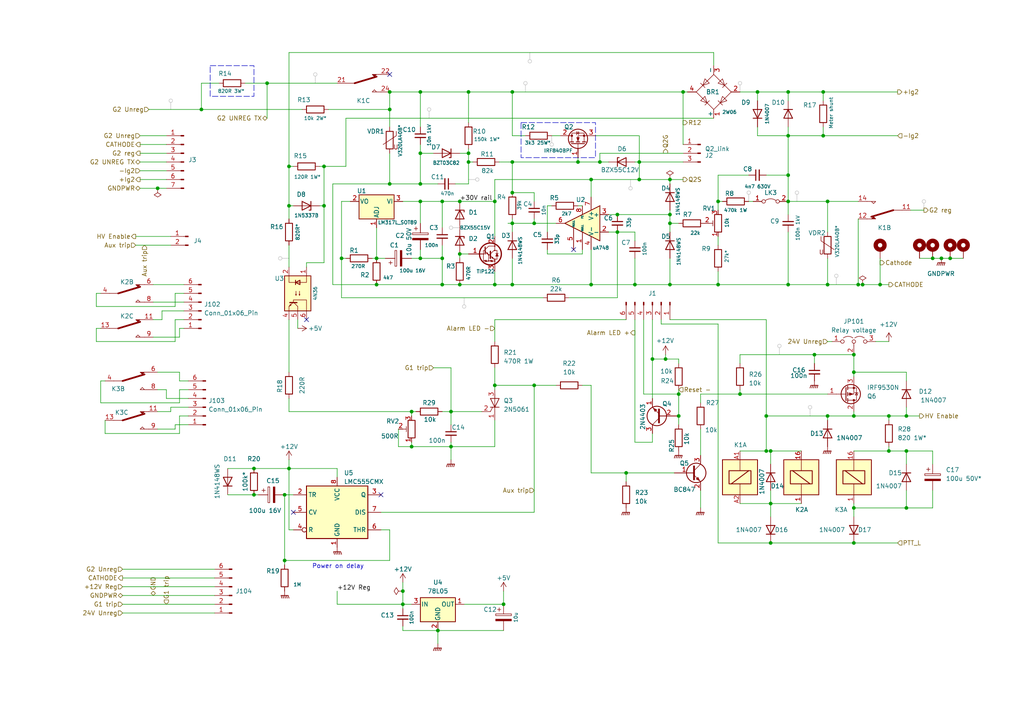
<source format=kicad_sch>
(kicad_sch (version 20231120) (generator "eeschema") (generator_version "8.0")
  (paper "A4")
  (title_block (title "G2-Control Board") (date "2024-04-05") (rev "1.1.0") (company "SM6FBQ"))
  (junction (at 119.38 129.54))
  (junction (at 240.03 82.55))
  (junction (at 148.59 64.77))
  (junction (at 247.65 120.65))
  (junction (at 146.05 175.26))
  (junction (at 228.6 26.67))
  (junction (at 240.03 120.65))
  (junction (at 238.76 39.37))
  (junction (at 73.66 143.51))
  (junction (at 247.65 157.48))
  (junction (at 247.65 147.32))
  (junction (at 109.22 74.93))
  (junction (at 45.72 54.61))
  (junction (at 143.51 111.76))
  (junction (at 121.92 26.67))
  (junction (at 171.45 82.55))
  (junction (at 133.35 58.42))
  (junction (at 270.51 74.93))
  (junction (at 83.82 59.69))
  (junction (at 236.22 102.87))
  (junction (at 128.27 74.93))
  (junction (at 130.81 129.54))
  (junction (at 82.55 162.56))
  (junction (at 181.61 137.16))
  (junction (at 143.51 82.55))
  (junction (at 128.27 58.42))
  (junction (at 198.12 26.67))
  (junction (at 77.47 24.13))
  (junction (at 194.31 62.23))
  (junction (at 193.04 104.14))
  (junction (at 240.03 58.42))
  (junction (at 130.81 119.38))
  (junction (at 250.19 82.55))
  (junction (at 148.59 46.99))
  (junction (at 222.25 130.81))
  (junction (at 219.71 26.67))
  (junction (at 247.65 107.95))
  (junction (at 238.76 26.67))
  (junction (at 121.92 53.34))
  (junction (at 167.64 46.99))
  (junction (at 185.42 46.99))
  (junction (at 82.55 143.51))
  (junction (at 228.6 82.55))
  (junction (at 228.6 50.8))
  (junction (at 223.52 157.48))
  (junction (at 113.03 31.75))
  (junction (at 133.35 73.66))
  (junction (at 121.92 74.93))
  (junction (at 262.89 147.32))
  (junction (at 179.07 67.31))
  (junction (at 127 182.88))
  (junction (at 189.23 104.14))
  (junction (at 113.03 53.34))
  (junction (at 262.89 120.65))
  (junction (at 148.59 82.55))
  (junction (at 196.85 114.3))
  (junction (at 194.31 52.07))
  (junction (at 196.85 120.65))
  (junction (at 214.63 114.3))
  (junction (at 148.59 55.88))
  (junction (at 119.38 119.38))
  (junction (at 247.65 102.87))
  (junction (at 171.45 52.07))
  (junction (at 223.52 130.81))
  (junction (at 154.94 64.77))
  (junction (at 185.42 52.07))
  (junction (at 121.92 44.45))
  (junction (at 228.6 58.42))
  (junction (at 128.27 82.55))
  (junction (at 273.05 74.93))
  (junction (at 228.6 39.37))
  (junction (at 143.51 58.42))
  (junction (at 208.28 58.42))
  (junction (at 262.89 130.81))
  (junction (at 194.31 82.55))
  (junction (at 222.25 120.65))
  (junction (at 93.98 48.26))
  (junction (at 116.84 175.26))
  (junction (at 113.03 26.67))
  (junction (at 133.35 82.55))
  (junction (at 83.82 48.26))
  (junction (at 148.59 26.67))
  (junction (at 173.99 46.99))
  (junction (at 83.82 135.89))
  (junction (at 109.22 82.55))
  (junction (at 116.84 171.45))
  (junction (at 275.59 74.93))
  (junction (at 179.07 62.23))
  (junction (at 58.42 31.75))
  (junction (at 208.28 82.55))
  (junction (at 255.27 82.55))
  (junction (at 93.98 59.69))
  (junction (at 154.94 111.76))
  (junction (at 184.15 82.55))
  (junction (at 223.52 146.05))
  (junction (at 99.06 74.93))
  (junction (at 194.31 64.77))
  (junction (at 135.89 44.45))
  (junction (at 135.89 26.67))
  (junction (at 257.81 120.65))
  (junction (at 121.92 58.42))
  (junction (at 248.92 82.55))
  (junction (at 135.89 46.99))
  (junction (at 73.66 135.89))
  (junction (at 257.81 130.81))
  (no_connect (at 110.49 143.51))
  (no_connect (at 113.03 21.59))
  (no_connect (at 88.9 92.71))
  (no_connect (at 166.37 72.39))
  (no_connect (at 85.09 148.59))
  (wire (pts (xy 113.03 153.67) (xy 113.03 162.56)))
  (wire (pts (xy 194.31 74.93) (xy 194.31 82.55)))
  (wire (pts (xy 128.27 119.38) (xy 130.81 119.38)))
  (wire (pts (xy 54.61 113.03) (xy 52.07 113.03)))
  (wire (pts (xy 191.77 93.98) (xy 191.77 92.71)))
  (wire (pts (xy 148.59 46.99) (xy 167.64 46.99)))
  (wire (pts (xy 83.82 135.89) (xy 83.82 153.67)))
  (wire (pts (xy 247.65 102.87) (xy 247.65 107.95)))
  (wire (pts (xy 158.75 59.69) (xy 160.02 59.69)))
  (wire (pts (xy 255.27 74.93) (xy 255.27 82.55)))
  (wire (pts (xy 121.92 58.42) (xy 116.84 58.42)))
  (wire (pts (xy 109.22 82.55) (xy 128.27 82.55)))
  (wire (pts (xy 35.56 177.8) (xy 62.23 177.8)))
  (wire (pts (xy 83.82 92.71) (xy 83.82 107.95)))
  (wire (pts (xy 247.65 107.95) (xy 247.65 109.22)))
  (wire (pts (xy 189.23 104.14) (xy 189.23 115.57)))
  (wire (pts (xy 203.2 124.46) (xy 203.2 132.08)))
  (wire (pts (xy 179.07 86.36) (xy 165.1 86.36)))
  (wire (pts (xy 238.76 26.67) (xy 260.35 26.67)))
  (wire (pts (xy 125.73 106.68) (xy 130.81 106.68)))
  (wire (pts (xy 101.6 58.42) (xy 99.06 58.42)))
  (wire (pts (xy 49.53 118.11) (xy 54.61 118.11)))
  (wire (pts (xy 158.75 72.39) (xy 158.75 73.66)))
  (wire (pts (xy 240.03 67.31) (xy 240.03 58.42)))
  (wire (pts (xy 228.6 58.42) (xy 240.03 58.42)))
  (wire (pts (xy 270.51 134.62) (xy 270.51 130.81)))
  (wire (pts (xy 214.63 130.81) (xy 222.25 130.81)))
  (wire (pts (xy 116.84 171.45) (xy 116.84 175.26)))
  (wire (pts (xy 96.52 82.55) (xy 96.52 53.34)))
  (wire (pts (xy 171.45 52.07) (xy 185.42 52.07)))
  (wire (pts (xy 40.64 39.37) (xy 48.26 39.37)))
  (wire (pts (xy 143.51 52.07) (xy 143.51 58.42)))
  (wire (pts (xy 39.37 71.12) (xy 49.53 71.12)))
  (wire (pts (xy 83.82 71.12) (xy 83.82 77.47)))
  (wire (pts (xy 121.92 53.34) (xy 127 53.34)))
  (wire (pts (xy 247.65 157.48) (xy 260.35 157.48)))
  (wire (pts (xy 228.6 26.67) (xy 238.76 26.67)))
  (wire (pts (xy 133.35 58.42) (xy 128.27 58.42)))
  (wire (pts (xy 53.34 92.71) (xy 50.8 92.71)))
  (wire (pts (xy 262.89 130.81) (xy 270.51 130.81)))
  (wire (pts (xy 135.89 43.18) (xy 135.89 44.45)))
  (wire (pts (xy 148.59 64.77) (xy 154.94 64.77)))
  (wire (pts (xy 194.31 92.71) (xy 222.25 92.71)))
  (wire (pts (xy 133.35 82.55) (xy 143.51 82.55)))
  (wire (pts (xy 262.89 120.65) (xy 266.7 120.65)))
  (wire (pts (xy 115.57 129.54) (xy 119.38 129.54)))
  (wire (pts (xy 77.47 24.13) (xy 97.79 24.13)))
  (wire (pts (xy 236.22 102.87) (xy 214.63 102.87)))
  (wire (pts (xy 97.79 138.43) (xy 97.79 135.89)))
  (wire (pts (xy 214.63 113.03) (xy 214.63 114.3)))
  (wire (pts (xy 214.63 26.67) (xy 219.71 26.67)))
  (wire (pts (xy 121.92 44.45) (xy 121.92 53.34)))
  (wire (pts (xy 50.8 85.09) (xy 50.8 88.9)))
  (wire (pts (xy 184.15 46.99) (xy 185.42 46.99)))
  (wire (pts (xy 116.84 181.61) (xy 116.84 182.88)))
  (wire (pts (xy 121.92 74.93) (xy 128.27 74.93)))
  (wire (pts (xy 275.59 74.93) (xy 279.4 74.93)))
  (wire (pts (xy 262.89 142.24) (xy 262.89 147.32)))
  (wire (pts (xy 97.79 175.26) (xy 116.84 175.26)))
  (wire (pts (xy 196.85 64.77) (xy 194.31 64.77)))
  (wire (pts (xy 127 182.88) (xy 146.05 182.88)))
  (wire (pts (xy 208.28 50.8) (xy 208.28 58.42)))
  (wire (pts (xy 193.04 102.87) (xy 193.04 104.14)))
  (wire (pts (xy 186.69 92.71) (xy 186.69 114.3)))
  (wire (pts (xy 222.25 130.81) (xy 223.52 130.81)))
  (wire (pts (xy 83.82 119.38) (xy 119.38 119.38)))
  (wire (pts (xy 196.85 104.14) (xy 193.04 104.14)))
  (wire (pts (xy 173.99 46.99) (xy 176.53 46.99)))
  (wire (pts (xy 83.82 48.26) (xy 83.82 15.24)))
  (wire (pts (xy 62.23 172.72) (xy 35.56 172.72)))
  (wire (pts (xy 236.22 105.41) (xy 236.22 102.87)))
  (wire (pts (xy 50.8 124.46) (xy 50.8 123.19)))
  (wire (pts (xy 128.27 74.93) (xy 128.27 82.55)))
  (wire (pts (xy 133.35 73.66) (xy 135.89 73.66)))
  (wire (pts (xy 257.81 99.06) (xy 254 99.06)))
  (wire (pts (xy 185.42 46.99) (xy 185.42 52.07)))
  (wire (pts (xy 219.71 36.83) (xy 219.71 39.37)))
  (wire (pts (xy 158.75 73.66) (xy 168.91 73.66)))
  (wire (pts (xy 82.55 143.51) (xy 82.55 162.56)))
  (wire (pts (xy 191.77 93.98) (xy 208.28 93.98)))
  (wire (pts (xy 214.63 102.87) (xy 214.63 105.41)))
  (wire (pts (xy 99.06 74.93) (xy 100.33 74.93)))
  (wire (pts (xy 121.92 41.91) (xy 121.92 44.45)))
  (wire (pts (xy 116.84 168.91) (xy 116.84 171.45)))
  (wire (pts (xy 113.03 44.45) (xy 113.03 53.34)))
  (wire (pts (xy 262.89 147.32) (xy 270.51 147.32)))
  (wire (pts (xy 116.84 182.88) (xy 127 182.88)))
  (wire (pts (xy 113.03 26.67) (xy 113.03 31.75)))
  (wire (pts (xy 171.45 72.39) (xy 171.45 82.55)))
  (wire (pts (xy 148.59 82.55) (xy 171.45 82.55)))
  (wire (pts (xy 185.42 52.07) (xy 194.31 52.07)))
  (wire (pts (xy 184.15 82.55) (xy 194.31 82.55)))
  (wire (pts (xy 40.64 54.61) (xy 45.72 54.61)))
  (wire (pts (xy 30.48 125.73) (xy 52.07 125.73)))
  (wire (pts (xy 109.22 74.93) (xy 111.76 74.93)))
  (wire (pts (xy 29.21 116.84) (xy 29.21 110.49)))
  (wire (pts (xy 219.71 29.21) (xy 219.71 26.67)))
  (wire (pts (xy 184.15 92.71) (xy 184.15 128.27)))
  (wire (pts (xy 148.59 26.67) (xy 148.59 39.37)))
  (wire (pts (xy 143.51 92.71) (xy 143.51 99.06)))
  (wire (pts (xy 238.76 39.37) (xy 260.35 39.37)))
  (wire (pts (xy 240.03 120.65) (xy 240.03 121.92)))
  (wire (pts (xy 219.71 39.37) (xy 228.6 39.37)))
  (wire (pts (xy 52.07 125.73) (xy 52.07 120.65)))
  (wire (pts (xy 171.45 111.76) (xy 171.45 137.16)))
  (wire (pts (xy 240.03 82.55) (xy 248.92 82.55)))
  (wire (pts (xy 83.82 63.5) (xy 83.82 59.69)))
  (wire (pts (xy 119.38 120.65) (xy 119.38 119.38)))
  (wire (pts (xy 189.23 92.71) (xy 189.23 104.14)))
  (wire (pts (xy 100.33 34.29) (xy 100.33 48.26)))
  (wire (pts (xy 135.89 44.45) (xy 133.35 44.45)))
  (wire (pts (xy 99.06 86.36) (xy 157.48 86.36)))
  (wire (pts (xy 50.8 88.9) (xy 27.94 88.9)))
  (wire (pts (xy 96.52 53.34) (xy 113.03 53.34)))
  (wire (pts (xy 262.89 147.32) (xy 247.65 147.32)))
  (wire (pts (xy 248.92 63.5) (xy 248.92 82.55)))
  (wire (pts (xy 95.25 31.75) (xy 113.03 31.75)))
  (wire (pts (xy 52.07 120.65) (xy 54.61 120.65)))
  (wire (pts (xy 73.66 143.51) (xy 74.93 143.51)))
  (wire (pts (xy 62.23 165.1) (xy 35.56 165.1)))
  (wire (pts (xy 63.5 24.13) (xy 58.42 24.13)))
  (wire (pts (xy 52.07 107.95) (xy 52.07 110.49)))
  (wire (pts (xy 97.79 171.45) (xy 97.79 175.26)))
  (wire (pts (xy 222.25 50.8) (xy 228.6 50.8)))
  (wire (pts (xy 262.89 110.49) (xy 262.89 107.95)))
  (wire (pts (xy 240.03 99.06) (xy 241.3 99.06)))
  (wire (pts (xy 208.28 78.74) (xy 208.28 82.55)))
  (wire (pts (xy 154.94 63.5) (xy 154.94 64.77)))
  (wire (pts (xy 135.89 35.56) (xy 135.89 26.67)))
  (wire (pts (xy 83.82 135.89) (xy 83.82 133.35)))
  (wire (pts (xy 50.8 92.71) (xy 50.8 99.06)))
  (wire (pts (xy 99.06 74.93) (xy 99.06 86.36)))
  (wire (pts (xy 100.33 48.26) (xy 93.98 48.26)))
  (wire (pts (xy 116.84 175.26) (xy 119.38 175.26)))
  (wire (pts (xy 66.04 143.51) (xy 73.66 143.51)))
  (wire (pts (xy 92.71 48.26) (xy 93.98 48.26)))
  (wire (pts (xy 143.51 111.76) (xy 154.94 111.76)))
  (wire (pts (xy 46.99 92.71) (xy 46.99 90.17)))
  (wire (pts (xy 214.63 114.3) (xy 240.03 114.3)))
  (wire (pts (xy 121.92 58.42) (xy 121.92 64.77)))
  (wire (pts (xy 143.51 129.54) (xy 130.81 129.54)))
  (wire (pts (xy 217.17 50.8) (xy 208.28 50.8)))
  (wire (pts (xy 148.59 46.99) (xy 148.59 55.88)))
  (wire (pts (xy 135.89 46.99) (xy 137.16 46.99)))
  (wire (pts (xy 196.85 113.03) (xy 196.85 114.3)))
  (wire (pts (xy 134.62 175.26) (xy 146.05 175.26)))
  (wire (pts (xy 194.31 62.23) (xy 194.31 64.77)))
  (wire (pts (xy 27.94 85.09) (xy 29.21 85.09)))
  (wire (pts (xy 83.82 48.26) (xy 83.82 59.69)))
  (wire (pts (xy 247.65 130.81) (xy 257.81 130.81)))
  (wire (pts (xy 168.91 73.66) (xy 168.91 72.39)))
  (wire (pts (xy 52.07 116.84) (xy 29.21 116.84)))
  (wire (pts (xy 179.07 62.23) (xy 194.31 62.23)))
  (wire (pts (xy 223.52 130.81) (xy 232.41 130.81)))
  (wire (pts (xy 82.55 163.83) (xy 82.55 162.56)))
  (wire (pts (xy 160.02 39.37) (xy 162.56 39.37)))
  (wire (pts (xy 146.05 171.45) (xy 146.05 175.26)))
  (wire (pts (xy 48.26 115.57) (xy 48.26 113.03)))
  (wire (pts (xy 43.18 31.75) (xy 58.42 31.75)))
  (wire (pts (xy 198.12 26.67) (xy 198.12 41.91)))
  (wire (pts (xy 194.31 52.07) (xy 194.31 53.34)))
  (wire (pts (xy 113.03 26.67) (xy 121.92 26.67)))
  (wire (pts (xy 143.51 82.55) (xy 148.59 82.55)))
  (wire (pts (xy 198.12 44.45) (xy 173.99 44.45)))
  (wire (pts (xy 266.7 74.93) (xy 270.51 74.93)))
  (wire (pts (xy 127 186.69) (xy 127 182.88)))
  (wire (pts (xy 223.52 146.05) (xy 223.52 149.86)))
  (wire (pts (xy 121.92 74.93) (xy 121.92 72.39)))
  (wire (pts (xy 50.8 123.19) (xy 54.61 123.19)))
  (wire (pts (xy 96.52 82.55) (xy 109.22 82.55)))
  (wire (pts (xy 52.07 110.49) (xy 54.61 110.49)))
  (wire (pts (xy 240.03 58.42) (xy 248.92 58.42)))
  (wire (pts (xy 257.81 120.65) (xy 257.81 121.92)))
  (wire (pts (xy 99.06 58.42) (xy 99.06 74.93)))
  (wire (pts (xy 172.72 39.37) (xy 185.42 39.37)))
  (wire (pts (xy 40.64 41.91) (xy 48.26 41.91)))
  (wire (pts (xy 73.66 135.89) (xy 83.82 135.89)))
  (wire (pts (xy 154.94 111.76) (xy 161.29 111.76)))
  (wire (pts (xy 53.34 85.09) (xy 50.8 85.09)))
  (wire (pts (xy 39.37 68.58) (xy 49.53 68.58)))
  (wire (pts (xy 240.03 120.65) (xy 247.65 120.65)))
  (wire (pts (xy 196.85 120.65) (xy 196.85 123.19)))
  (wire (pts (xy 86.36 92.71) (xy 86.36 95.25)))
  (wire (pts (xy 44.45 87.63) (xy 53.34 87.63)))
  (wire (pts (xy 203.2 114.3) (xy 214.63 114.3)))
  (wire (pts (xy 115.57 124.46) (xy 115.57 129.54)))
  (wire (pts (xy 236.22 102.87) (xy 247.65 102.87)))
  (wire (pts (xy 144.78 46.99) (xy 148.59 46.99)))
  (wire (pts (xy 143.51 106.68) (xy 143.51 111.76)))
  (wire (pts (xy 248.92 82.55) (xy 250.19 82.55)))
  (wire (pts (xy 171.45 137.16) (xy 181.61 137.16)))
  (wire (pts (xy 83.82 15.24) (xy 207.01 15.24)))
  (wire (pts (xy 228.6 50.8) (xy 228.6 58.42)))
  (wire (pts (xy 262.89 120.65) (xy 257.81 120.65)))
  (wire (pts (xy 71.12 24.13) (xy 77.47 24.13)))
  (wire (pts (xy 35.56 170.18) (xy 62.23 170.18)))
  (wire (pts (xy 121.92 26.67) (xy 121.92 36.83)))
  (wire (pts (xy 184.15 128.27) (xy 189.23 128.27)))
  (wire (pts (xy 181.61 137.16) (xy 181.61 139.7)))
  (wire (pts (xy 257.81 129.54) (xy 257.81 130.81)))
  (wire (pts (xy 173.99 44.45) (xy 173.99 46.99)))
  (wire (pts (xy 198.12 46.99) (xy 185.42 46.99)))
  (wire (pts (xy 194.31 60.96) (xy 194.31 62.23)))
  (wire (pts (xy 196.85 114.3) (xy 196.85 120.65)))
  (wire (pts (xy 77.47 24.13) (xy 77.47 34.29)))
  (wire (pts (xy 82.55 162.56) (xy 113.03 162.56)))
  (wire (pts (xy 40.64 44.45) (xy 48.26 44.45)))
  (wire (pts (xy 228.6 29.21) (xy 228.6 26.67)))
  (wire (pts (xy 35.56 175.26) (xy 62.23 175.26)))
  (wire (pts (xy 228.6 82.55) (xy 240.03 82.55)))
  (wire (pts (xy 208.28 68.58) (xy 208.28 71.12)))
  (wire (pts (xy 119.38 74.93) (xy 121.92 74.93)))
  (wire (pts (xy 152.4 39.37) (xy 148.59 39.37)))
  (wire (pts (xy 148.59 63.5) (xy 148.59 64.77)))
  (wire (pts (xy 198.12 52.07) (xy 194.31 52.07)))
  (wire (pts (xy 135.89 26.67) (xy 148.59 26.67)))
  (wire (pts (xy 130.81 129.54) (xy 130.81 133.35)))
  (wire (pts (xy 40.64 49.53) (xy 48.26 49.53)))
  (wire (pts (xy 179.07 67.31) (xy 184.15 67.31)))
  (wire (pts (xy 143.51 78.74) (xy 143.51 82.55)))
  (wire (pts (xy 203.2 142.24) (xy 203.2 147.32)))
  (wire (pts (xy 223.52 146.05) (xy 232.41 146.05)))
  (wire (pts (xy 85.09 153.67) (xy 83.82 153.67)))
  (wire (pts (xy 93.98 59.69) (xy 93.98 76.2)))
  (wire (pts (xy 92.71 59.69) (xy 93.98 59.69)))
  (wire (pts (xy 228.6 39.37) (xy 238.76 39.37)))
  (wire (pts (xy 45.72 107.95) (xy 52.07 107.95)))
  (wire (pts (xy 238.76 26.67) (xy 238.76 29.21)))
  (wire (pts (xy 128.27 58.42) (xy 128.27 66.04)))
  (wire (pts (xy 154.94 148.59) (xy 154.94 111.76)))
  (wire (pts (xy 214.63 146.05) (xy 223.52 146.05)))
  (wire (pts (xy 88.9 76.2) (xy 88.9 77.47)))
  (wire (pts (xy 113.03 153.67) (xy 110.49 153.67)))
  (wire (pts (xy 45.72 119.38) (xy 49.53 119.38)))
  (wire (pts (xy 113.03 31.75) (xy 113.03 36.83)))
  (wire (pts (xy 27.94 95.25) (xy 29.21 95.25)))
  (wire (pts (xy 255.27 82.55) (xy 257.81 82.55)))
  (wire (pts (xy 148.59 74.93) (xy 148.59 82.55)))
  (wire (pts (xy 189.23 104.14) (xy 193.04 104.14)))
  (wire (pts (xy 228.6 67.31) (xy 228.6 82.55)))
  (wire (pts (xy 198.12 26.67) (xy 199.39 26.67)))
  (wire (pts (xy 27.94 88.9) (xy 27.94 85.09)))
  (wire (pts (xy 219.71 26.67) (xy 228.6 26.67)))
  (wire (pts (xy 48.26 113.03) (xy 45.72 113.03)))
  (wire (pts (xy 93.98 76.2) (xy 88.9 76.2)))
  (wire (pts (xy 143.51 58.42) (xy 143.51 68.58)))
  (wire (pts (xy 208.28 93.98) (xy 208.28 157.48)))
  (wire (pts (xy 83.82 48.26) (xy 85.09 48.26)))
  (wire (pts (xy 228.6 39.37) (xy 228.6 50.8)))
  (wire (pts (xy 270.51 147.32) (xy 270.51 142.24)))
  (wire (pts (xy 135.89 44.45) (xy 135.89 46.99)))
  (wire (pts (xy 143.51 92.71) (xy 181.61 92.71)))
  (wire (pts (xy 228.6 36.83) (xy 228.6 39.37)))
  (wire (pts (xy 130.81 119.38) (xy 130.81 123.19)))
  (wire (pts (xy 107.95 74.93) (xy 109.22 74.93)))
  (wire (pts (xy 171.45 82.55) (xy 184.15 82.55)))
  (wire (pts (xy 181.61 137.16) (xy 195.58 137.16)))
  (wire (pts (xy 54.61 115.57) (xy 48.26 115.57)))
  (wire (pts (xy 208.28 157.48) (xy 223.52 157.48)))
  (wire (pts (xy 194.31 64.77) (xy 194.31 67.31)))
  (wire (pts (xy 128.27 82.55) (xy 133.35 82.55)))
  (wire (pts (xy 44.45 97.79) (xy 52.07 97.79)))
  (wire (pts (xy 148.59 55.88) (xy 154.94 55.88)))
  (wire (pts (xy 93.98 48.26) (xy 93.98 59.69)))
  (wire (pts (xy 143.51 52.07) (xy 171.45 52.07)))
  (wire (pts (xy 247.65 119.38) (xy 247.65 120.65)))
  (wire (pts (xy 44.45 82.55) (xy 53.34 82.55)))
  (wire (pts (xy 133.35 74.93) (xy 133.35 73.66)))
  (wire (pts (xy 30.48 121.92) (xy 30.48 125.73)))
  (wire (pts (xy 247.65 146.05) (xy 247.65 147.32)))
  (wire (pts (xy 176.53 62.23) (xy 179.07 62.23)))
  (wire (pts (xy 49.53 119.38) (xy 49.53 118.11)))
  (wire (pts (xy 130.81 119.38) (xy 130.81 106.68)))
  (wire (pts (xy 58.42 24.13) (xy 58.42 31.75)))
  (wire (pts (xy 143.51 111.76) (xy 143.51 113.03)))
  (wire (pts (xy 208.28 58.42) (xy 208.28 60.96)))
  (wire (pts (xy 171.45 57.15) (xy 171.45 52.07)))
  (wire (pts (xy 217.17 58.42) (xy 218.44 58.42)))
  (wire (pts (xy 207.01 15.24) (xy 207.01 19.05)))
  (wire (pts (xy 262.89 130.81) (xy 262.89 134.62)))
  (wire (pts (xy 130.81 128.27) (xy 130.81 129.54)))
  (wire (pts (xy 228.6 58.42) (xy 228.6 62.23)))
  (wire (pts (xy 128.27 71.12) (xy 128.27 74.93)))
  (wire (pts (xy 119.38 128.27) (xy 119.38 129.54)))
  (wire (pts (xy 116.84 175.26) (xy 116.84 176.53)))
  (wire (pts (xy 167.64 46.99) (xy 173.99 46.99)))
  (wire (pts (xy 179.07 67.31) (xy 179.07 86.36)))
  (wire (pts (xy 58.42 31.75) (xy 87.63 31.75)))
  (wire (pts (xy 208.28 82.55) (xy 228.6 82.55)))
  (wire (pts (xy 184.15 74.93) (xy 184.15 82.55)))
  (wire (pts (xy 83.82 135.89) (xy 97.79 135.89)))
  (wire (pts (xy 148.59 26.67) (xy 198.12 26.67)))
  (wire (pts (xy 100.33 34.29) (xy 207.01 34.29)))
  (wire (pts (xy 119.38 119.38) (xy 120.65 119.38)))
  (wire (pts (xy 247.65 120.65) (xy 257.81 120.65)))
  (wire (pts (xy 196.85 104.14) (xy 196.85 105.41)))
  (wire (pts (xy 45.72 54.61) (xy 48.26 54.61)))
  (wire (pts (xy 222.25 120.65) (xy 240.03 120.65)))
  (wire (pts (xy 82.55 143.51) (xy 85.09 143.51)))
  (wire (pts (xy 176.53 67.31) (xy 179.07 67.31)))
  (wire (pts (xy 27.94 99.06) (xy 27.94 95.25)))
  (wire (pts (xy 83.82 59.69) (xy 85.09 59.69)))
  (wire (pts (xy 132.08 53.34) (xy 135.89 53.34)))
  (wire (pts (xy 208.28 58.42) (xy 209.55 58.42)))
  (wire (pts (xy 121.92 26.67) (xy 135.89 26.67)))
  (wire (pts (xy 167.64 59.69) (xy 168.91 59.69)))
  (wire (pts (xy 29.21 110.49) (xy 30.48 110.49)))
  (wire (pts (xy 262.89 118.11) (xy 262.89 120.65)))
  (wire (pts (xy 52.07 97.79) (xy 52.07 95.25)))
  (wire (pts (xy 223.52 130.81) (xy 223.52 134.62)))
  (wire (pts (xy 194.31 82.55) (xy 208.28 82.55)))
  (wire (pts (xy 185.42 39.37) (xy 185.42 46.99)))
  (wire (pts (xy 222.25 130.81) (xy 222.25 120.65)))
  (wire (pts (xy 154.94 64.77) (xy 161.29 64.77)))
  (wire (pts (xy 167.64 45.72) (xy 167.64 46.99)))
  (wire (pts (xy 50.8 99.06) (xy 27.94 99.06)))
  (wire (pts (xy 154.94 55.88) (xy 154.94 58.42)))
  (wire (pts (xy 143.51 121.92) (xy 143.51 129.54)))
  (wire (pts (xy 62.23 167.64) (xy 35.56 167.64)))
  (wire (pts (xy 267.97 60.96) (xy 264.16 60.96)))
  (wire (pts (xy 130.81 119.38) (xy 139.7 119.38)))
  (wire (pts (xy 203.2 114.3) (xy 203.2 116.84)))
  (wire (pts (xy 52.07 95.25) (xy 53.34 95.25)))
  (wire (pts (xy 113.03 53.34) (xy 121.92 53.34)))
  (wire (pts (xy 250.19 82.55) (xy 255.27 82.55)))
  (wire (pts (xy 168.91 111.76) (xy 171.45 111.76)))
  (wire (pts (xy 184.15 67.31) (xy 184.15 69.85)))
  (wire (pts (xy 109.22 66.04) (xy 109.22 74.93)))
  (wire (pts (xy 257.81 130.81) (xy 262.89 130.81)))
  (wire (pts (xy 186.69 114.3) (xy 196.85 114.3)))
  (wire (pts (xy 247.65 147.32) (xy 247.65 149.86)))
  (wire (pts (xy 52.07 113.03) (xy 52.07 116.84)))
  (wire (pts (xy 130.81 129.54) (xy 119.38 129.54)))
  (wire (pts (xy 128.27 58.42) (xy 121.92 58.42)))
  (wire (pts (xy 262.89 107.95) (xy 247.65 107.95)))
  (wire (pts (xy 45.72 124.46) (xy 50.8 124.46)))
  (wire (pts (xy 189.23 128.27) (xy 189.23 125.73)))
  (wire (pts (xy 40.64 52.07) (xy 48.26 52.07)))
  (wire (pts (xy 240.03 74.93) (xy 240.03 82.55)))
  (wire (pts (xy 135.89 53.34) (xy 135.89 46.99)))
  (wire (pts (xy 143.51 58.42) (xy 133.35 58.42)))
  (wire (pts (xy 238.76 36.83) (xy 238.76 39.37)))
  (wire (pts (xy 273.05 74.93) (xy 275.59 74.93)))
  (wire (pts (xy 83.82 115.57) (xy 83.82 119.38)))
  (wire (pts (xy 148.59 67.31) (xy 148.59 64.77)))
  (wire (pts (xy 46.99 90.17) (xy 53.34 90.17)))
  (wire (pts (xy 223.52 142.24) (xy 223.52 146.05)))
  (wire (pts (xy 110.49 148.59) (xy 154.94 148.59)))
  (wire (pts (xy 270.51 74.93) (xy 273.05 74.93)))
  (wire (pts (xy 66.04 135.89) (xy 73.66 135.89)))
  (wire (pts (xy 158.75 59.69) (xy 158.75 67.31)))
  (wire (pts (xy 148.59 64.77) (xy 147.32 64.77)))
  (wire (pts (xy 223.52 157.48) (xy 247.65 157.48)))
  (wire (pts (xy 121.92 44.45) (xy 125.73 44.45)))
  (wire (pts (xy 40.64 46.99) (xy 48.26 46.99)))
  (wire (pts (xy 222.25 92.71) (xy 222.25 120.65)))
  (wire (pts (xy 44.45 92.71) (xy 46.99 92.71)))
  (rectangle (start 60.96 19.05) (end 73.66 27.94) (stroke (width 0) (type dash)))
  (rectangle (start 151.13 35.56) (end 172.72 45.72) (stroke (width 0) (type dash)))
  (text "Power on delay" (at 98.044 164.338 0) (effects (font (size 1.27 1.27))))
  (label "+12V Reg" (at 97.79 171.45 0))
  (label "+30V rail" (at 133.35 58.42 0))
  (hierarchical_label "G1 trip" (shape input) (at 125.73 106.68 180))
  (hierarchical_label "+Ig2" (shape output) (at 40.64 52.07 180))
  (hierarchical_label "Aux trip" (shape input) (at 39.37 71.12 180))
  (hierarchical_label "CATHODE" (shape output) (at 40.64 41.91 180))
  (hierarchical_label "G2 reg" (shape output) (at 267.97 60.96 0))
  (hierarchical_label "G1 trip" (shape input) (at 48.26 175.26 90))
  (hierarchical_label "24V Unreg" (shape input) (at 35.56 177.8 180))
  (hierarchical_label "G2 Unreg" (shape input) (at 35.56 165.1 180))
  (hierarchical_label "G2 Unreg" (shape input) (at 43.18 31.75 180))
  (hierarchical_label "PTT_L" (shape input) (at 260.35 157.48 0))
  (hierarchical_label "GNDPWR" (shape bidirectional) (at 40.64 54.61 180))
  (hierarchical_label "Aux trip" (shape input) (at 154.94 142.24 180))
  (hierarchical_label "CATHODE" (shape output) (at 257.81 82.55 0))
  (hierarchical_label "G2 Unreg" (shape input) (at 40.64 39.37 180))
  (hierarchical_label "Q2G" (shape output) (at 193.04 44.45 90))
  (hierarchical_label "G2 UNREG TX" (shape bidirectional) (at 77.47 34.29 180))
  (hierarchical_label "Q2S" (shape output) (at 198.12 52.07 0))
  (hierarchical_label "-Ig2" (shape input) (at 260.35 39.37 0))
  (hierarchical_label "Aux trip" (shape input) (at 41.91 71.12 270))
  (hierarchical_label "+Ig2" (shape output) (at 260.35 26.67 0))
  (hierarchical_label "Alarm LED -" (shape input) (at 143.51 95.25 180))
  (hierarchical_label "HV Enable" (shape output) (at 39.37 68.58 180))
  (hierarchical_label "+12V Reg" (shape input) (at 35.56 170.18 180))
  (hierarchical_label "-Ig2" (shape input) (at 40.64 49.53 180))
  (hierarchical_label "Cathode" (shape output) (at 255.27 76.2 0))
  (hierarchical_label "Alarm LED +" (shape output) (at 184.15 96.52 180))
  (hierarchical_label "G2 UNREG TX" (shape bidirectional) (at 40.64 46.99 180))
  (hierarchical_label "GND" (shape bidirectional) (at 44.45 172.72 90))
  (hierarchical_label "HV Enable" (shape output) (at 266.7 120.65 0))
  (hierarchical_label "CATHODE" (shape output) (at 35.56 167.64 180))
  (hierarchical_label "R12" (shape output) (at 198.12 35.56 0))
  (hierarchical_label "GNDPWR" (shape bidirectional) (at 35.56 172.72 180))
  (hierarchical_label "Reset -" (shape input) (at 196.85 113.03 0))
  (hierarchical_label "24V Unreg" (shape input) (at 240.03 99.06 180))
  (hierarchical_label "G1 trip" (shape input) (at 35.56 175.26 180))
  (hierarchical_label "G2 reg" (shape output) (at 40.64 44.45 180))
  (netclass_flag "" (length 2.54) (shape round) (at 134.62 86.36 180) (property "Netclass" "LVDC" (effects (hide yes))))
  (netclass_flag "" (length 2.54) (shape round) (at 214.63 26.67 0) (property "Netclass" "HVDC" (effects (hide yes))))
  (netclass_flag "" (length 2.54) (shape round) (at 91.44 24.13 0) (property "Netclass" "HVDC" (effects (hide yes))))
  (netclass_flag "" (length 2.54) (shape round) (at 217.17 58.42 0) (property "Netclass" "HVDC" (effects (hide yes))))
  (netclass_flag "" (length 2.54) (shape round) (at 234.95 120.65 0) (property "Netclass" "LVDC" (effects (hide yes))))
  (netclass_flag "" (length 2.54) (shape round) (at 152.4 26.67 0) (property "Netclass" "HVDC" (effects (hide yes))))
  (netclass_flag "" (length 2.54) (shape round) (at 153.67 15.24 180) (property "Netclass" "HVDC" (effects (hide yes))))
  (netclass_flag "" (length 2.54) (shape round) (at 124.46 34.29 0) (property "Netclass" "HVDC" (effects (hide yes))))
  (netclass_flag "" (length 2.54) (shape round) (at 135.89 52.07 270) (property "Netclass" "LVDC" (effects (hide yes))))
  (netclass_flag "" (length 2.54) (shape round) (at 83.82 74.93 90) (property "Netclass" "HVDC" (effects (hide yes))))
  (netclass_flag "" (length 2.54) (shape round) (at 160.02 39.37 180) (property "Netclass" "HVDC" (effects (hide yes))))
  (netclass_flag "" (length 2.54) (shape round) (at 133.35 66.04 90) (property "Netclass" "LVDC" (effects (hide yes))))
  (netclass_flag "" (length 2.54) (shape round) (at 267.97 60.96 0) (property "Netclass" "HVDC" (effects (hide yes))))
  (netclass_flag "" (length 2.54) (shape round) (at 242.57 82.55 0) (property "Netclass" "GND" (effects (hide yes))))
  (netclass_flag "" (length 2.54) (shape round) (at 49.53 31.75 0) (property "Netclass" "HVDC" (effects (hide yes))))
  (netclass_flag "" (length 2.54) (shape round) (at 182.88 52.07 180) (property "Netclass" "LVDC" (effects (hide yes))))
  (netclass_flag "" (length 2.54) (shape round) (at 231.14 58.42 0) (property "Netclass" "HVDC" (effects (hide yes))))
  (netclass_flag "" (length 2.54) (shape round) (at 226.06 102.87 0) (property "Netclass" "LVDC" (effects (hide yes))))
  (symbol (lib_id "power:GNDPWR") (at 97.79 158.75 0) (mirror y) (unit 1)
    (property "Reference" "#PWR014" (effects (hide yes)))
    (property "Value" "GNDPWR" (effects (hide yes)))
  )
  (symbol (lib_id "Isolator:4N36") (at 86.36 85.09 270) (unit 1)
    (property "Reference" "U3" (at 81.026 80.772 90))
    (property "Value" "4N36" (at 91.44 85.09 0) (effects (font (size 1.016 1.016))))
    (property "Footprint" "Package_SO:SOP-6_6.62x6.62mm_P2.54mm" (effects (hide yes)))
    (property "Datasheet" "https://www.vishay.com/docs/81181/4n35.pdf" (effects (hide yes)))
    (property "Supplier" "Electrokit" (effects (hide yes)))
    (property "Order #" "41011130" (effects (hide yes)))
  )
  (symbol (lib_id "Device:D_Zener") (at 88.9 59.69 180) (unit 1)
    (property "Reference" "D8" (at 87.376 56.388 0))
    (property "Value" "1N5337B" (at 88.9 62.484 0) (effects (font (size 1.016 1.016))))
    (property "Footprint" "Diode_THT:D_DO-201_P5.08mm_Vertical_KathodeUp" (effects (hide yes)))
    (property "Supplier" "DigiKey" (effects (hide yes)))
    (property "Order #" "1N5337BGOS-ND" (effects (hide yes)))
  )
  (symbol (lib_id "Device:R") (at 238.76 33.02 180) (unit 1)
    (property "Reference" "R17" (at 232.918 30.48 0) (effects (justify right)))
    (property "Value" "Meter shunt" (at 241.046 37.338 90) (effects (font (size 1.016 1.016)) (justify right)))
    (property "Footprint" "Resistor_SMD:R_1206_3216Metric" (effects (hide yes)))
  )
  (symbol (lib_id "Diode:1N4001") (at 219.71 33.02 90) (unit 1)
    (property "Reference" "D9" (at 217.678 29.718 90) (effects (justify left)))
    (property "Value" "1N4007" (at 222.504 36.068 0) (effects (font (size 1.016 1.016)) (justify left)))
    (property "Footprint" "Diode_THT:D_DO-41_SOD81_P10.16mm_Horizontal" (effects (hide yes)))
    (property "Datasheet" "https://www.electrokit.com/uploads/productfile/40310/ds28002-3.pdf" (effects (hide yes)))
    (property "Sim.Device" "D" (effects (hide yes)))
    (property "Sim.Pins" "1=K 2=A" (effects (hide yes)))
    (property "Supplier" "Electrokit" (effects (hide yes)))
    (property "Order #" "40310007" (effects (hide yes)))
  )
  (symbol (lib_id "Device:Q_SCR_KGA") (at 143.51 116.84 0) (unit 1)
    (property "Reference" "Q3" (at 146.05 116.205 0) (effects (justify left)))
    (property "Value" "2N5061" (at 146.05 118.745 0) (effects (justify left)))
    (property "Footprint" "Package_TO_SOT_THT:TO-92S_Wide" (effects (hide yes)))
    (property "Description" "Silicon controlled rectifier, cathode/gate/anode" (effects (hide yes)))
    (property "Supplier" "Electrokit" (effects (hide yes)))
    (property "Order #" "41017550" (effects (hide yes)))
  )
  (symbol (lib_id "Device:C_Polarized") (at 121.92 68.58 0) (unit 1)
    (property "Reference" "C2" (at 117.348 68.326 0) (effects (justify right)))
    (property "Value" "10u 50V" (at 118.618 66.04 90) (effects (justify right)))
    (property "Footprint" "Capacitor_SMD:CP_Elec_5x5.4" (effects (hide yes)))
    (property "Supplier" "Electrokit" (effects (hide yes)))
    (property "Order #" "41015482" (effects (hide yes)))
  )
  (symbol (lib_id "Transistor_FET:IRF9540N") (at 245.11 114.3 0) (mirror x) (unit 1)
    (property "Reference" "Q6" (at 251.46 114.935 0) (effects (justify left)))
    (property "Value" "IRF9530N" (at 251.46 112.395 0) (effects (justify left)))
    (property "Footprint" "Package_TO_SOT_THT:TO-220-3_Vertical" (effects (hide yes)))
    (property "Datasheet" "http://www.irf.com/product-info/datasheets/data/irf9540n.pdf" (effects (hide yes)))
    (property "Supplier" "Electrokit" (effects (hide yes)))
    (property "Order #" "41015917" (effects (hide yes)))
  )
  (symbol (lib_id "Connector:Conn_01x07_Pin") (at 53.34 46.99 0) (mirror y) (unit 1)
    (property "Reference" "J3" (at 54.61 46.355 0) (effects (justify right)))
    (property "Value" "Conn_01x07_Pin" (effects (hide yes)))
    (property "Footprint" "Connector_Phoenix_MSTB:PhoenixContact_MSTBVA_2,5_7-G-5,08_1x07_P5.08mm_Vertical" (effects (hide yes)))
    (property "Supplier" "DigiKey" (effects (hide yes)))
    (property "Order #" "277-1155-ND" (effects (hide yes)))
  )
  (symbol (lib_id "Device:R") (at 165.1 111.76 90) (unit 1)
    (property "Reference" "R22" (at 165.1 105.41 90))
    (property "Value" "10k" (at 165.1 107.95 90))
    (property "Footprint" "Resistor_SMD:R_1206_3216Metric" (effects (hide yes)))
    (property "Supplier" "Electrokit" (effects (hide yes)))
    (property "Order #" "40818410" (effects (hide yes)))
  )
  (symbol (lib_id "Device:R") (at 214.63 109.22 0) (unit 1)
    (property "Reference" "R26" (at 217.17 108.585 0) (effects (justify left)))
    (property "Value" "10k" (at 217.17 111.125 0) (effects (justify left)))
    (property "Footprint" "Resistor_SMD:R_1206_3216Metric" (effects (hide yes)))
    (property "Supplier" "Electrokit" (effects (hide yes)))
    (property "Order #" "40818410" (effects (hide yes)))
  )
  (symbol (lib_id "Device:R") (at 143.51 102.87 180) (unit 1)
    (property "Reference" "R21" (at 146.05 102.235 0) (effects (justify right)))
    (property "Value" "470R 1W" (at 146.05 104.775 0) (effects (justify right)))
    (property "Footprint" "Resistor_THT:R_Axial_DIN0414_L11.9mm_D4.5mm_P5.08mm_Vertical" (effects (hide yes)))
    (property "Supplier" "DigiKey" (effects (hide yes)))
    (property "Order #" "13-FMP100JT-52-470RCT-ND" (effects (hide yes)))
  )
  (symbol (lib_id "power:+12V") (at 257.81 99.06 0) (unit 1)
    (property "Reference" "#PWR02" (effects (hide yes)))
    (property "Value" "+12V" (at 257.683 94.107 0))
  )
  (symbol (lib_id "Device:C_Small") (at 129.54 53.34 270) (unit 1)
    (property "Reference" "C11" (at 124.968 51.308 90) (effects (justify left)))
    (property "Value" "470n" (at 127.762 56.134 90) (effects (font (size 1.016 1.016)) (justify left)))
    (property "Footprint" "Capacitor_SMD:C_0805_2012Metric" (effects (hide yes)))
    (property "Supplier" "Electrokit" (effects (hide yes)))
    (property "Order #" "40502115" (effects (hide yes)))
  )
  (symbol (lib_id "Relay:RTE2xxxx_split") (at 214.63 138.43 0) (unit 1)
    (property "Reference" "K1" (at 212.852 129.032 0) (effects (justify left)))
    (property "Value" "AZ822-2C-24DSE" (effects (hide yes)))
    (property "Footprint" "Relay_THT:Relay_DPDT_Schrack-RT2-FormC_RM5mm" (effects (hide yes)))
    (property "Datasheet" "https://www.azettler.com/pdfs/az822.pdf" (effects (hide yes)))
    (property "Description" "24V 2A DPDT PCB Relay" (effects (hide yes)))
    (property "Supplier" "DigiKey" (effects (hide yes)))
    (property "Order #" "3385-AZ822-2C-24DSE-ND" (effects (hide yes)))
  )
  (symbol (lib_id "Device:C_Small") (at 236.22 107.95 0) (mirror y) (unit 1)
    (property "Reference" "C16" (at 233.68 107.3213 0) (effects (justify left)))
    (property "Value" "100n" (at 234.188 108.966 0) (effects (justify left)))
    (property "Footprint" "Capacitor_SMD:C_1206_3216Metric" (effects (hide yes)))
    (property "Supplier" "Electrokit" (effects (hide yes)))
    (property "Order #" "40503054" (effects (hide yes)))
  )
  (symbol (lib_id "power:GNDPWR") (at 236.22 110.49 0) (unit 1)
    (property "Reference" "#PWR015" (effects (hide yes)))
    (property "Value" "GNDPWR" (effects (hide yes)))
  )
  (symbol (lib_id "Device:R") (at 148.59 59.69 0) (mirror x) (unit 1)
    (property "Reference" "R4" (at 146.812 57.15 0) (effects (justify right)))
    (property "Value" "39k" (at 150.622 60.96 90) (effects (font (size 1.016 1.016)) (justify right)))
    (property "Footprint" "Resistor_SMD:R_1206_3216Metric" (effects (hide yes)))
    (property "Supplier" "Electrokit" (effects (hide yes)))
    (property "Order #" "40818439" (effects (hide yes)))
  )
  (symbol (lib_id "Diode:1N4001") (at 194.31 57.15 270) (unit 1)
    (property "Reference" "D4" (at 191.77 54.61 90) (effects (justify left)))
    (property "Value" "1N4148WS" (at 196.596 54.356 0) (effects (font (size 1.016 1.016)) (justify left)))
    (property "Footprint" "Diode_SMD:D_SOD-323" (effects (hide yes)))
    (property "Datasheet" "http://www.vishay.com/docs/88503/1n4001.pdf" (effects (hide yes)))
    (property "Sim.Device" "D" (effects (hide yes)))
    (property "Sim.Pins" "1=K 2=A" (effects (hide yes)))
    (property "Supplier" "Electrokit" (effects (hide yes)))
    (property "Order #" "41011670" (effects (hide yes)))
  )
  (symbol (lib_id "Device:C_Polarized") (at 270.51 138.43 0) (unit 1)
    (property "Reference" "C17" (at 274.32 136.2709 0) (effects (justify left)))
    (property "Value" "100u 50V*" (at 274.32 138.8109 0) (effects (justify left)))
    (property "Footprint" "Capacitor_THT:CP_Radial_D8.0mm_P3.50mm" (effects (hide yes)))
    (property "Datasheet" "https://www.electrokit.com/uploads/productfile/41003/UPW-2.pdf" (effects (hide yes)))
    (property "Supplier" "Electrokit*" (effects (hide yes)))
  )
  (symbol (lib_id "Diode:1N4001") (at 223.52 153.67 90) (unit 1)
    (property "Reference" "D16" (at 228.6 153.67 90) (effects (justify left)))
    (property "Value" "1N4007" (at 220.98 153.67 90) (effects (justify left)))
    (property "Footprint" "Diode_THT:D_DO-41_SOD81_P10.16mm_Horizontal" (effects (hide yes)))
    (property "Datasheet" "https://www.electrokit.com/uploads/productfile/40310/ds28002-3.pdf" (effects (hide yes)))
    (property "Sim.Device" "D" (effects (hide yes)))
    (property "Sim.Pins" "1=K 2=A" (effects (hide yes)))
    (property "Supplier" "Electrokit" (effects (hide yes)))
    (property "Order #" "40310007" (effects (hide yes)))
  )
  (symbol (lib_id "Device:R") (at 82.55 167.64 0) (unit 1)
    (property "Reference" "R19" (at 77.216 165.608 0) (effects (justify left)))
    (property "Value" "1M" (at 85.09 169.545 0) (effects (font (size 1.016 1.016)) (justify left)))
    (property "Footprint" "Resistor_SMD:R_1206_3216Metric" (effects (hide yes)))
    (property "Supplier" "Electrokit" (effects (hide yes)))
    (property "Order #" "40818610" (effects (hide yes)))
  )
  (symbol (lib_id "Device:R") (at 208.28 74.93 180) (unit 1)
    (property "Reference" "R9" (at 203.454 72.136 0) (effects (justify right)))
    (property "Value" "27k*" (at 210.82 76.2 90) (effects (font (size 1.016 1.016)) (justify right)))
    (property "Footprint" "Resistor_SMD:R_1206_3216Metric" (effects (hide yes)))
    (property "Supplier" "Electrokit" (effects (hide yes)))
    (property "Order #" "40818427" (effects (hide yes)))
  )
  (symbol (lib_id "Regulator_Linear:LM317L_SOT-89") (at 109.22 58.42 0) (mirror y) (unit 1)
    (property "Reference" "U1" (at 104.902 55.372 0))
    (property "Value" "LM317L_SOT89" (at 115.316 64.516 0) (effects (font (size 1.016 1.016))))
    (property "Footprint" "Package_TO_SOT_SMD:SOT-89-3" (effects (hide yes)))
    (property "Datasheet" "http://www.ti.com/lit/ds/symlink/lm317l.pdf" (effects (hide yes)))
    (property "Supplier" "DigiKey" (effects (hide yes)))
    (property "Order #" "296-26093-1-ND" (effects (hide yes)))
  )
  (symbol (lib_id "Diode:1N4001") (at 66.04 139.7 270) (mirror x) (unit 1)
    (property "Reference" "D11" (at 64.77 133.096 90) (effects (justify left)))
    (property "Value" "1N4148WS" (at 62.992 144.78 0) (effects (justify left)))
    (property "Footprint" "Diode_SMD:D_SOD-323" (effects (hide yes)))
    (property "Datasheet" "http://www.vishay.com/docs/88503/1n4001.pdf" (effects (hide yes)))
    (property "Sim.Device" "D" (effects (hide yes)))
    (property "Sim.Pins" "1=K 2=A" (effects (hide yes)))
    (property "Supplier" "Electrokit" (effects (hide yes)))
    (property "Order #" "41011670" (effects (hide yes)))
  )
  (symbol (lib_id "Device:C_Small") (at 158.75 69.85 0) (mirror y) (unit 1)
    (property "Reference" "C5" (at 157.226 68.072 0) (effects (justify left)))
    (property "Value" "33p" (at 161.544 70.866 90) (effects (font (size 1.016 1.016)) (justify left)))
    (property "Footprint" "Capacitor_SMD:C_0805_2012Metric" (effects (hide yes)))
    (property "Supplier" "Electrokit" (effects (hide yes)))
    (property "Order #" "40502045" (effects (hide yes)))
  )
  (symbol (lib_id "Device:Varistor") (at 240.03 71.12 0) (unit 1)
    (property "Reference" "VDR2" (at 234.442 67.564 0) (effects (justify left)))
    (property "Value" "V320LA40B*" (at 242.824 74.676 90) (effects (font (size 1.016 1.016)) (justify left)))
    (property "Footprint" "Varistor:RV_Disc_D21.5mm_W6.1mm_P7.5mm" (effects (hide yes)))
    (property "Supplier" "DigiKey" (effects (hide yes)))
    (property "Order #" "F3039-ND" (effects (hide yes)))
  )
  (symbol (lib_id "Jumper:Jumper_3_Open") (at 247.65 99.06 0) (unit 1)
    (property "Reference" "JP101" (at 247.65 93.218 0))
    (property "Value" "Relay voltage" (at 247.65 95.758 0))
    (property "Footprint" "Connector_PinHeader_2.54mm:PinHeader_1x03_P2.54mm_Vertical" (effects (hide yes)))
    (property "Supplier" "Electrokit" (effects (hide yes)))
    (property "Order #" "41010445" (effects (hide yes)))
  )
  (symbol (lib_id "Diode:1N4001") (at 148.59 71.12 90) (mirror x) (unit 1)
    (property "Reference" "D3" (at 148.082 68.326 90) (effects (justify left)))
    (property "Value" "1N4148WS" (at 150.876 68.58 0) (effects (font (size 1.016 1.016)) (justify left)))
    (property "Footprint" "Diode_SMD:D_SOD-323" (effects (hide yes)))
    (property "Datasheet" "http://www.vishay.com/docs/88503/1n4001.pdf" (effects (hide yes)))
    (property "Sim.Device" "D" (effects (hide yes)))
    (property "Sim.Pins" "1=K 2=A" (effects (hide yes)))
    (property "Supplier" "Electrokit" (effects (hide yes)))
    (property "Order #" "41011670" (effects (hide yes)))
  )
  (symbol (lib_id "Jumper:Jumper_2_Bridged") (at 223.52 58.42 0) (unit 1)
    (property "Reference" "LK3" (at 223.52 55.88 0))
    (property "Value" "Jumper_2_Bridged" (effects (hide yes)))
    (property "Footprint" "Resistor_THT:R_Axial_DIN0309_L9.0mm_D3.2mm_P15.24mm_Horizontal" (effects (hide yes)))
    (property "Supplier" "Me (wire)" (effects (hide yes)))
    (property "Order #" "----" (effects (hide yes)))
  )
  (symbol (lib_id "power:+12V") (at 83.82 133.35 0) (unit 1)
    (property "Reference" "#PWR06" (effects (hide yes)))
    (property "Value" "+12V" (at 83.82 129.54 0))
  )
  (symbol (lib_id "Device:D_Zener") (at 133.35 69.85 270) (unit 1)
    (property "Reference" "D2" (at 135.89 69.215 90) (effects (justify left)))
    (property "Value" "BZX55C15V" (effects (hide yes)))
    (property "Footprint" "Diode_THT:D_DO-201_P5.08mm_Vertical_KathodeUp" (effects (hide yes)))
    (property "Supplier" "Electrokit" (effects (hide yes)))
    (property "Order #" "40310036" (effects (hide yes)))
  )
  (symbol (lib_id "Device:R") (at 67.31 24.13 270) (unit 1) (on_board no)
    (property "Reference" "R14" (at 65.278 21.336 90))
    (property "Value" "820R 3W*" (at 67.056 26.416 90) (effects (font (size 1.016 1.016))))
    (property "Footprint" "Resistor_THT:R_Axial_DIN0414_L11.9mm_D4.5mm_P5.08mm_Vertical" (effects (hide yes)))
    (property "Supplier" "DigiKey*" (effects (hide yes)))
    (property "Order #" "KAL50FB1K00-ND*" (effects (hide yes)))
  )
  (symbol (lib_id "Mechanical:MountingHole_Pad") (at 255.27 72.39 0) (unit 1)
    (property "Reference" "H5" (effects (hide yes)))
    (property "Value" "MountingHole_Pad" (effects (hide yes)))
    (property "Footprint" "MountingHole:MountingHole_3.2mm_M3_DIN965_Pad" (effects (hide yes)))
    (property "Supplier" "Elecrow" (effects (hide yes)))
    (property "Order #" "----" (effects (hide yes)))
  )
  (symbol (lib_id "Diode:1N4001") (at 262.89 114.3 270) (unit 1)
    (property "Reference" "D12" (at 266.446 113.538 90) (effects (justify left)))
    (property "Value" "1N4007" (at 266.954 116.078 90) (effects (justify left)))
    (property "Footprint" "Diode_THT:D_DO-41_SOD81_P10.16mm_Horizontal" (effects (hide yes)))
    (property "Datasheet" "https://www.electrokit.com/uploads/productfile/40310/ds28002-3.pdf" (effects (hide yes)))
    (property "Sim.Device" "D" (effects (hide yes)))
    (property "Sim.Pins" "1=K 2=A" (effects (hide yes)))
    (property "Supplier" "Electrokit" (effects (hide yes)))
    (property "Order #" "40310007" (effects (hide yes)))
  )
  (symbol (lib_id "Transistor_FET:BUZ11") (at 167.64 41.91 90) (unit 1) (on_board no)
    (property "Reference" "Q2" (at 166.37 36.83 90) (effects (justify left)))
    (property "Value" "IRF840BPF" (at 166.116 43.688 90) (effects (font (size 1.016 1.016)) (justify left)))
    (property "Footprint" "Package_TO_SOT_THT:TO-220-3_Vertical" (effects (hide yes)))
    (property "Datasheet" "https://media.digikey.com/pdf/Data%20Sheets/Fairchild%20PDFs/BUZ11.pdf" (effects (hide yes)))
    (property "Description" "30A Id, 50V Vds, N-Channel Power MOSFET, TO-220" (effects (hide yes)))
    (property "Supplier" "Electrokit" (effects (hide yes)))
    (property "Order #" "41011818" (effects (hide yes)))
  )
  (symbol (lib_id "Device:R_Potentiometer_Trim") (at 208.28 64.77 180) (unit 1)
    (property "Reference" "RV1" (at 203.708 60.452 0) (effects (justify right)))
    (property "Value" "10k" (at 210.82 66.0399 90) (effects (font (size 1.016 1.016)) (justify right)))
    (property "Footprint" "Potentiometer_THT:Potentiometer_Bourns_3386P_Vertical" (effects (hide yes)))
    (property "Supplier" "Electrokit" (effects (hide yes)))
    (property "Order #" "40900227" (effects (hide yes)))
  )
  (symbol (lib_id "Device:C_Small") (at 121.92 39.37 0) (mirror y) (unit 1)
    (property "Reference" "C10" (at 120.65 37.592 0) (effects (justify left)))
    (property "Value" "10n 1kV" (at 124.46 42.418 90) (effects (font (size 1.016 1.016)) (justify left)))
    (property "Footprint" "Capacitor_THT:C_Disc_D7.5mm_W5.0mm_P7.50mm" (effects (hide yes)))
    (property "Supplier" "Electrokit" (effects (hide yes)))
    (property "Order #" "41015195" (effects (hide yes)))
  )
  (symbol (lib_id "Device:R") (at 83.82 67.31 180) (unit 1)
    (property "Reference" "R16" (at 80.264 65.786 0))
    (property "Value" "820R*" (at 86.36 67.31 90) (effects (font (size 1.016 1.016))))
    (property "Footprint" "Resistor_SMD:R_1206_3216Metric" (effects (hide yes)))
    (property "Supplier" "Electrokit" (effects (hide yes)))
    (property "Order #" "40818315" (effects (hide yes)))
  )
  (symbol (lib_id "power:+5V") (at 86.36 95.25 270) (unit 1)
    (property "Reference" "#PWR010" (effects (hide yes)))
    (property "Value" "+5V" (at 91.44 95.25 90))
  )
  (symbol (lib_id "Diode:1N4001") (at 228.6 33.02 270) (unit 1)
    (property "Reference" "D10" (at 223.774 29.718 90) (effects (justify left)))
    (property "Value" "1N4007" (effects (hide yes)))
    (property "Footprint" "Diode_THT:D_DO-41_SOD81_P10.16mm_Horizontal" (effects (hide yes)))
    (property "Datasheet" "https://www.electrokit.com/uploads/productfile/40310/ds28002-3.pdf" (effects (hide yes)))
    (property "Sim.Device" "D" (effects (hide yes)))
    (property "Sim.Pins" "1=K 2=A" (effects (hide yes)))
    (property "Supplier" "Electrokit" (effects (hide yes)))
    (property "Order #" "40310007" (effects (hide yes)))
  )
  (symbol (lib_id "Diode:1N4001") (at 240.03 125.73 270) (unit 1)
    (property "Reference" "D13" (at 234.95 125.73 90) (effects (justify left)))
    (property "Value" "1N4007" (at 242.57 127 90) (effects (justify left)))
    (property "Footprint" "Diode_THT:D_DO-41_SOD81_P10.16mm_Horizontal" (effects (hide yes)))
    (property "Datasheet" "https://www.electrokit.com/uploads/productfile/40310/ds28002-3.pdf" (effects (hide yes)))
    (property "Sim.Device" "D" (effects (hide yes)))
    (property "Sim.Pins" "1=K 2=A" (effects (hide yes)))
    (property "Supplier" "Electrokit" (effects (hide yes)))
    (property "Order #" "40310007" (effects (hide yes)))
  )
  (symbol (lib_id "Connector:Conn_01x03_Pin") (at 203.2 44.45 0) (mirror y) (unit 1)
    (property "Reference" "J2" (at 204.47 45.085 0) (effects (justify right)))
    (property "Value" "Q2_link" (at 204.47 43.18 0) (effects (justify right)))
    (property "Footprint" "Connector_Phoenix_MSTB:PhoenixContact_MSTBVA_2,5_3-G-5,08_1x03_P5.08mm_Vertical" (effects (hide yes)))
    (property "Supplier" "Electrokit" (effects (hide yes)))
    (property "Order #" "40210022" (effects (hide yes)))
  )
  (symbol (lib_id "Diode:1N4001") (at 194.31 71.12 270) (unit 1)
    (property "Reference" "D5" (at 191.77 68.58 90) (effects (justify left)))
    (property "Value" "1N4148WS" (at 196.85 68.834 0) (effects (font (size 1.016 1.016)) (justify left)))
    (property "Footprint" "Diode_SMD:D_SOD-323" (effects (hide yes)))
    (property "Datasheet" "http://www.vishay.com/docs/88503/1n4001.pdf" (effects (hide yes)))
    (property "Sim.Device" "D" (effects (hide yes)))
    (property "Sim.Pins" "1=K 2=A" (effects (hide yes)))
    (property "Supplier" "Electrokit" (effects (hide yes)))
    (property "Order #" "41011670" (effects (hide yes)))
  )
  (symbol (lib_id "Mechanical:MountingHole_Pad") (at 270.51 72.39 0) (unit 1)
    (property "Reference" "H2" (effects (hide yes)))
    (property "Value" "MountingHole_Pad" (effects (hide yes)))
    (property "Footprint" "MountingHole:MountingHole_3.2mm_M3_DIN965_Pad" (effects (hide yes)))
    (property "Supplier" "Elecrow" (effects (hide yes)))
    (property "Order #" "----" (effects (hide yes)))
  )
  (symbol (lib_id "Relay:G5V-2_Split") (at 232.41 138.43 0) (mirror x) (unit 1)
    (property "Reference" "K2" (at 230.632 147.828 0) (effects (justify left)))
    (property "Value" "AZ822-2C-24DSE" (effects (hide yes)))
    (property "Footprint" "Relay_THT:Relay_DPDT_Omron_G5V-2" (effects (hide yes)))
    (property "Datasheet" "https://www.azettler.com/pdfs/az822.pdf" (effects (hide yes)))
    (property "Description" "24V 2A DPDT PCB Relay" (effects (hide yes)))
    (property "Supplier" "DigiKey" (effects (hide yes)))
    (property "Order #" "3385-AZ822-2C-24DSE-ND" (effects (hide yes)))
  )
  (symbol (lib_id "Device:D_Zener") (at 133.35 62.23 270) (unit 1)
    (property "Reference" "D1" (at 135.89 61.595 90) (effects (justify left)))
    (property "Value" "BZX55C15V" (at 133.35 66.04 90) (effects (font (size 1.016 1.016)) (justify left)))
    (property "Footprint" "Diode_THT:D_DO-201_P5.08mm_Vertical_KathodeUp" (effects (hide yes)))
    (property "Supplier" "Electrokit" (effects (hide yes)))
    (property "Order #" "40310036" (effects (hide yes)))
  )
  (symbol (lib_id "Relay:RTE2xxxx_split") (at 255.27 60.96 90) (unit 2)
    (property "Reference" "K1" (at 256.54 66.04 90))
    (property "Value" "AZ822-2C-24DSE" (effects (hide yes)))
    (property "Footprint" "Relay_THT:Relay_DPDT_Schrack-RT2-FormC_RM5mm" (effects (hide yes)))
    (property "Datasheet" "https://www.azettler.com/pdfs/az822.pdf" (effects (hide yes)))
    (property "Description" "24V 2A DPDT PCB Relay" (effects (hide yes)))
    (property "Supplier" "DigiKey" (effects (hide yes)))
    (property "Order #" "3385-AZ822-2C-24DSE-ND" (effects (hide yes)))
  )
  (symbol (lib_id "power:+12V") (at 116.84 168.91 0) (unit 1)
    (property "Reference" "#PWR011" (effects (hide yes)))
    (property "Value" "+12V" (at 116.84 165.1 0))
  )
  (symbol (lib_id "Device:R") (at 196.85 127 180) (unit 1)
    (property "Reference" "R25" (at 194.818 129.286 90))
    (property "Value" "10k" (at 199.136 127.254 90))
    (property "Footprint" "Resistor_SMD:R_1206_3216Metric" (effects (hide yes)))
    (property "Supplier" "Electrokit" (effects (hide yes)))
    (property "Order #" "40818410" (effects (hide yes)))
  )
  (symbol (lib_id "Relay:G5V-2_Split") (at 38.1 110.49 270) (unit 2)
    (property "Reference" "K3" (at 34.29 112.776 90))
    (property "Value" "AZ822-2C-24DSE" (effects (hide yes)))
    (property "Footprint" "Relay_THT:Relay_DPDT_Omron_G5V-2" (effects (hide yes)))
    (property "Datasheet" "https://www.electrokit.com/uploads/productfile/41000/Songle_SRC.pdf" (effects (hide yes)))
  )
  (symbol (lib_id "Device:R") (at 109.22 78.74 0) (mirror x) (unit 1)
    (property "Reference" "R2" (at 107.188 79.756 0) (effects (justify right)))
    (property "Value" "4k7" (at 114.046 80.518 0) (effects (font (size 1.016 1.016)) (justify right)))
    (property "Footprint" "Resistor_SMD:R_1206_3216Metric" (effects (hide yes)))
    (property "Supplier" "Electrokit" (effects (hide yes)))
    (property "Order #" "40818347" (effects (hide yes)))
  )
  (symbol (lib_id "Device:R") (at 140.97 46.99 270) (mirror x) (unit 1)
    (property "Reference" "R11" (at 143.256 44.704 90) (effects (justify right)))
    (property "Value" "82k" (at 143.256 49.53 90) (effects (justify right)))
    (property "Footprint" "Resistor_SMD:R_1206_3216Metric" (effects (hide yes)))
    (property "Supplier" "Electrokit" (effects (hide yes)))
    (property "Order #" "40818482" (effects (hide yes)))
  )
  (symbol (lib_id "Mechanical:MountingHole_Pad") (at 275.59 72.39 0) (unit 1)
    (property "Reference" "H3" (effects (hide yes)))
    (property "Value" "MountingHole_Pad" (effects (hide yes)))
    (property "Footprint" "MountingHole:MountingHole_3.2mm_M3_DIN965_Pad" (effects (hide yes)))
    (property "Supplier" "Elecrow" (effects (hide yes)))
    (property "Order #" "----" (effects (hide yes)))
  )
  (symbol (lib_id "Device:R") (at 104.14 74.93 90) (mirror x) (unit 1)
    (property "Reference" "R1" (at 101.346 72.644 90) (effects (justify right)))
    (property "Value" "270R" (at 101.854 77.216 90) (effects (font (size 1.016 1.016)) (justify right)))
    (property "Footprint" "Resistor_SMD:R_1206_3216Metric" (effects (hide yes)))
    (property "Supplier" "Electrokit" (effects (hide yes)))
    (property "Order #" "40818227" (effects (hide yes)))
  )
  (symbol (lib_id "power:GNDPWR") (at 127 186.69 0) (unit 1)
    (property "Reference" "#PWR012" (effects (hide yes)))
    (property "Value" "GNDPWR" (effects (hide yes)))
  )
  (symbol (lib_id "Device:R_Potentiometer_Trim") (at 119.38 124.46 180) (unit 1)
    (property "Reference" "RV2" (at 112.014 122.174 0) (effects (justify right)))
    (property "Value" "500R" (at 110.49 126.492 0) (effects (justify right)))
    (property "Footprint" "Potentiometer_THT:Potentiometer_Bourns_3386P_Vertical" (effects (hide yes)))
    (property "Supplier" "Electrokit" (effects (hide yes)))
    (property "Order #" "40900223" (effects (hide yes)))
  )
  (symbol (lib_id "power:GNDPWR") (at 181.61 147.32 0) (unit 1)
    (property "Reference" "#PWR05" (effects (hide yes)))
    (property "Value" "GNDPWR" (effects (hide yes)))
  )
  (symbol (lib_id "Device:R") (at 83.82 111.76 180) (unit 1)
    (property "Reference" "R18" (at 81.153 112.014 90))
    (property "Value" "220R" (at 87.63 111.76 90))
    (property "Footprint" "Resistor_SMD:R_1206_3216Metric" (effects (hide yes)))
    (property "Supplier" "Electrokit" (effects (hide yes)))
    (property "Order #" "40818222" (effects (hide yes)))
  )
  (symbol (lib_id "Relay:RTE2xxxx_split") (at 106.68 24.13 270) (unit 3)
    (property "Reference" "K1" (at 105.41 29.21 90))
    (property "Value" "AZ822-2C-24DSE" (effects (hide yes)))
    (property "Footprint" "Relay_THT:Relay_DPDT_Schrack-RT2-FormC_RM5mm" (effects (hide yes)))
    (property "Datasheet" "https://www.azettler.com/pdfs/az822.pdf" (effects (hide yes)))
    (property "Description" "24V 2A DPDT PCB Relay" (effects (hide yes)))
    (property "Supplier" "DigiKey" (effects (hide yes)))
    (property "Order #" "3385-AZ822-2C-24DSE-ND" (effects (hide yes)))
  )
  (symbol (lib_id "Device:C_Small") (at 128.27 68.58 0) (unit 1)
    (property "Reference" "C3" (at 124.46 66.04 0) (effects (justify left)))
    (property "Value" "100n" (at 123.19 71.12 0) (effects (font (size 1.016 1.016)) (justify left)))
    (property "Footprint" "Capacitor_SMD:C_1206_3216Metric" (effects (hide yes)))
    (property "Supplier" "Electrokit" (effects (hide yes)))
    (property "Order #" "40503054" (effects (hide yes)))
  )
  (symbol (lib_id "power:GNDPWR") (at 82.55 171.45 0) (mirror y) (unit 1)
    (property "Reference" "#PWR08" (effects (hide yes)))
    (property "Value" "GNDPWR" (effects (hide yes)))
  )
  (symbol (lib_id "power:GNDPWR") (at 203.2 147.32 0) (unit 1)
    (property "Reference" "#PWR03" (effects (hide yes)))
    (property "Value" "GNDPWR" (effects (hide yes)))
  )
  (symbol (lib_id "Device:R") (at 133.35 78.74 0) (mirror x) (unit 1)
    (property "Reference" "R3" (at 132.08 77.216 0) (effects (justify right)))
    (property "Value" "470R" (at 135.89 81.28 90) (effects (font (size 1.016 1.016)) (justify right)))
    (property "Footprint" "Resistor_SMD:R_1206_3216Metric" (effects (hide yes)))
    (property "Supplier" "Electrokit" (effects (hide yes)))
    (property "Order #" "40818247" (effects (hide yes)))
  )
  (symbol (lib_id "Diode:1N4001") (at 262.89 138.43 90) (mirror x) (unit 1)
    (property "Reference" "D15" (at 261.62 137.16 90) (effects (justify left)))
    (property "Value" "1N4007" (at 261.62 140.97 90) (effects (justify left)))
    (property "Footprint" "Diode_THT:D_DO-41_SOD81_P10.16mm_Horizontal" (effects (hide yes)))
    (property "Datasheet" "https://www.electrokit.com/uploads/productfile/40310/ds28002-3.pdf" (effects (hide yes)))
    (property "Sim.Device" "D" (effects (hide yes)))
    (property "Sim.Pins" "1=K 2=A" (effects (hide yes)))
    (property "Supplier" "Electrokit" (effects (hide yes)))
    (property "Order #" "40310007" (effects (hide yes)))
  )
  (symbol (lib_id "Device:C_Small") (at 184.15 72.39 0) (mirror y) (unit 1)
    (property "Reference" "C7" (at 182.88 70.358 0) (effects (justify left)))
    (property "Value" "100n" (at 186.944 74.168 90) (effects (font (size 1.016 1.016)) (justify left)))
    (property "Footprint" "Capacitor_SMD:C_1206_3216Metric" (effects (hide yes)))
    (property "Supplier" "Electrokit" (effects (hide yes)))
    (property "Order #" "40503054" (effects (hide yes)))
  )
  (symbol (lib_id "Device:R") (at 73.66 139.7 0) (mirror x) (unit 1)
    (property "Reference" "R20" (at 73.66 133.096 0))
    (property "Value" "100k*" (at 71.12 139.7 90))
    (property "Footprint" "Resistor_SMD:R_1206_3216Metric" (effects (hide yes)))
    (property "Supplier" "Electrokit" (effects (hide yes)))
    (property "Order #" "40818510" (effects (hide yes)))
  )
  (symbol (lib_id "Device:C_Small") (at 116.84 179.07 0) (mirror y) (unit 1)
    (property "Reference" "C13" (at 114.3 178.4413 0) (effects (justify left)))
    (property "Value" "100n" (at 119.38 181.102 90) (effects (font (size 1.016 1.016)) (justify left)))
    (property "Footprint" "Capacitor_SMD:C_1206_3216Metric" (effects (hide yes)))
    (property "Supplier" "Electrokit" (effects (hide yes)))
    (property "Order #" "40503054" (effects (hide yes)))
  )
  (symbol (lib_id "Device:R") (at 213.36 58.42 90) (mirror x) (unit 1)
    (property "Reference" "R8" (at 211.582 56.134 90))
    (property "Value" "470k 1W" (at 213.36 60.96 90) (effects (font (size 1.016 1.016))))
    (property "Footprint" "Resistor_THT:R_Axial_DIN0414_L11.9mm_D4.5mm_P5.08mm_Vertical" (effects (hide yes)))
    (property "Supplier" "DigiKey" (effects (hide yes)))
    (property "Order #" "470KWCT-ND" (effects (hide yes)))
  )
  (symbol (lib_id "power:GNDPWR") (at 240.03 129.54 0) (unit 1)
    (property "Reference" "#PWR01" (effects (hide yes)))
    (property "Value" "GNDPWR" (effects (hide yes)))
  )
  (symbol (lib_id "Device:R") (at 257.81 125.73 0) (unit 1)
    (property "Reference" "R28" (at 260.35 124.4599 0) (effects (justify left)))
    (property "Value" "820 1W*" (at 260.35 126.9999 0) (effects (justify left)))
    (property "Footprint" "Resistor_THT:R_Axial_DIN0414_L11.9mm_D4.5mm_P5.08mm_Vertical" (effects (hide yes)))
  )
  (symbol (lib_id "Mechanical:MountingHole_Pad") (at 266.7 72.39 0) (unit 1)
    (property "Reference" "H1" (effects (hide yes)))
    (property "Value" "MountingHole_Pad" (effects (hide yes)))
    (property "Footprint" "MountingHole:MountingHole_3.2mm_M3_DIN965_Pad" (effects (hide yes)))
    (property "Supplier" "Elecrow" (effects (hide yes)))
    (property "Order #" "----" (effects (hide yes)))
  )
  (symbol (lib_id "Device:R") (at 135.89 39.37 0) (mirror x) (unit 1)
    (property "Reference" "R10" (at 140.97 38.1 0) (effects (justify right)))
    (property "Value" "150k 1W*" (at 145.034 40.386 0) (effects (font (size 1.016 1.016)) (justify right)))
    (property "Footprint" "Resistor_THT:R_Axial_DIN0414_L11.9mm_D4.5mm_P5.08mm_Vertical" (effects (hide yes)))
    (property "Supplier" "DigiKey" (effects (hide yes)))
    (property "Order #" "150KWCT-ND" (effects (hide yes)))
  )
  (symbol (lib_id "Relay:G5V-2_Split") (at 36.83 85.09 270) (unit 2)
    (property "Reference" "K2" (at 36.83 81.788 90))
    (property "Value" "AZ822-2C-24DSE" (effects (hide yes)))
    (property "Footprint" "Relay_THT:Relay_DPDT_Omron_G5V-2" (effects (hide yes)))
    (property "Datasheet" "https://www.azettler.com/pdfs/az822.pdf" (effects (hide yes)))
    (property "Description" "24V 2A DPDT PCB Relay" (effects (hide yes)))
    (property "Supplier" "DigiKey" (effects (hide yes)))
    (property "Order #" "3385-AZ822-2C-24DSE-ND" (effects (hide yes)))
  )
  (symbol (lib_id "Relay:G5V-2_Split") (at 36.83 95.25 270) (unit 3)
    (property "Reference" "K2" (at 36.83 91.694 90))
    (property "Value" "AZ822-2C-24DSE" (effects (hide yes)))
    (property "Footprint" "Relay_THT:Relay_DPDT_Omron_G5V-2" (effects (hide yes)))
    (property "Datasheet" "https://www.azettler.com/pdfs/az822.pdf" (effects (hide yes)))
    (property "Description" "24V 2A DPDT PCB Relay" (effects (hide yes)))
    (property "Supplier" "DigiKey" (effects (hide yes)))
    (property "Order #" "3385-AZ822-2C-24DSE-ND" (effects (hide yes)))
  )
  (symbol (lib_id "Device:C_Polarized") (at 146.05 179.07 0) (unit 1)
    (property "Reference" "C12" (at 140.208 176.784 0) (effects (justify left)))
    (property "Value" "10u" (at 149.606 180.594 90) (effects (font (size 1.016 1.016)) (justify left)))
    (property "Footprint" "Capacitor_SMD:C_1206_3216Metric" (effects (hide yes)))
    (property "Supplier" "Electrokit" (effects (hide yes)))
    (property "Order #" "40503063" (effects (hide yes)))
  )
  (symbol (lib_id "Device:C_Polarized") (at 78.74 143.51 90) (mirror x) (unit 1)
    (property "Reference" "C15" (at 77.216 139.446 90) (effects (justify right)))
    (property "Value" "100u 16V" (at 72.136 148.082 90) (effects (justify right)))
    (property "Footprint" "Capacitor_SMD:CP_Elec_6.3x5.7" (effects (hide yes)))
    (property "Supplier" "Electrokit" (effects (hide yes)))
    (property "Order #" "41013566" (effects (hide yes)))
  )
  (symbol (lib_id "Device:R") (at 124.46 119.38 90) (unit 1)
    (property "Reference" "R29" (at 124.46 116.84 90))
    (property "Value" "10k" (at 124.714 121.666 90))
    (property "Footprint" "Resistor_SMD:R_1206_3216Metric" (effects (hide yes)))
    (property "Supplier" "Electrokit" (effects (hide yes)))
    (property "Order #" "40818410" (effects (hide yes)))
  )
  (symbol (lib_id "Device:R") (at 163.83 59.69 90) (unit 1)
    (property "Reference" "R5" (at 160.782 57.404 90))
    (property "Value" "2k7" (at 164.338 61.976 90) (effects (font (size 1.016 1.016))))
    (property "Footprint" "Resistor_SMD:R_1206_3216Metric" (effects (hide yes)))
    (property "Supplier" "Electrokit" (effects (hide yes)))
    (property "Order #" "40818327" (effects (hide yes)))
  )
  (symbol (lib_id "Transistor_BJT:BC847") (at 200.66 137.16 0) (unit 1)
    (property "Reference" "Q5" (at 197.104 134.366 0) (effects (justify left)))
    (property "Value" "BC847" (at 195.326 141.986 0) (effects (justify left)))
    (property "Footprint" "Package_TO_SOT_SMD:SOT-23" (effects (hide yes)))
    (property "Datasheet" "http://www.infineon.com/dgdl/Infineon-BC847SERIES_BC848SERIES_BC849SERIES_BC850SERIES-DS-v01_01-en.pdf?fileId=db3a304314dca389011541d4630a1657" (effects (hide yes)))
    (property "Supplier" "Electrokit" (effects (hide yes)))
    (property "Order #" "40320013" (effects (hide yes)))
  )
  (symbol (lib_id "Device:R") (at 161.29 86.36 90) (unit 1)
    (property "Reference" "R6" (at 161.29 81.28 90))
    (property "Value" "22k" (at 161.29 83.82 90))
    (property "Footprint" "Resistor_SMD:R_1206_3216Metric" (effects (hide yes)))
    (property "Supplier" "Electrokit" (effects (hide yes)))
    (property "Order #" "40818422" (effects (hide yes)))
  )
  (symbol (lib_id "power:+12V") (at 193.04 102.87 0) (unit 1)
    (property "Reference" "#PWR0101" (effects (hide yes)))
    (property "Value" "+12V" (at 190.246 98.806 0) (effects (justify left)))
  )
  (symbol (lib_id "Connector:Conn_01x06_Pin") (at 58.42 90.17 180) (unit 1)
    (property "Reference" "J102" (at 59.182 88.265 0) (effects (justify right)))
    (property "Value" "Conn_01x06_Pin" (at 59.182 90.805 0) (effects (justify right)))
    (property "Footprint" "Connector_Phoenix_MSTB:PhoenixContact_MSTBVA_2,5_6-G-5,08_1x06_P5.08mm_Vertical" (effects (hide yes)))
    (property "Supplier" "Electrokit" (effects (hide yes)))
    (property "Order #" "41017488" (effects (hide yes)))
  )
  (symbol (lib_id "Relay:G5V-2_Split") (at 247.65 138.43 0) (mirror x) (unit 1)
    (property "Reference" "K3" (at 242.062 147.828 0) (effects (justify left)))
    (property "Value" "AZ822-2C-24DSE" (effects (hide yes)))
    (property "Footprint" "Relay_THT:Relay_DPDT_Omron_G5V-2" (effects (hide yes)))
    (property "Datasheet" "https://www.electrokit.com/uploads/productfile/41000/Songle_SRC.pdf" (effects (hide yes)))
  )
  (symbol (lib_id "Device:C_Small") (at 154.94 60.96 0) (mirror y) (unit 1)
    (property "Reference" "C4" (at 154.432 59.182 0) (effects (justify left)))
    (property "Value" "10n" (at 157.734 62.484 90) (effects (font (size 1.016 1.016)) (justify left)))
    (property "Footprint" "Capacitor_SMD:C_0805_2012Metric" (effects (hide yes)))
    (property "Supplier" "Electrokit" (effects (hide yes)))
    (property "Order #" "40502095" (effects (hide yes)))
  )
  (symbol (lib_id "Amplifier_Operational:LM741") (at 168.91 64.77 0) (mirror y) (unit 1)
    (property "Reference" "U2" (at 168.402 57.912 0))
    (property "Value" "uA748" (at 174.244 71.882 0) (effects (font (size 1.016 1.016))))
    (property "Footprint" "Package_DIP:DIP-8_W7.62mm_Socket" (effects (hide yes)))
    (property "Datasheet" "https://datasheetspdf.com/pdf-file/1305449/Fairchild/UA748/1" (effects (hide yes)))
    (property "Supplier" "Me or eBay" (effects (hide yes)))
  )
  (symbol (lib_id "Device:R") (at 196.85 109.22 0) (mirror x) (unit 1)
    (property "Reference" "R24" (at 193.548 110.49 0))
    (property "Value" "10k" (at 193.294 107.696 0))
    (property "Footprint" "Resistor_SMD:R_1206_3216Metric" (effects (hide yes)))
    (property "Supplier" "Electrokit" (effects (hide yes)))
    (property "Order #" "40818410" (effects (hide yes)))
  )
  (symbol (lib_id "Device:D_Zener") (at 180.34 46.99 0) (unit 1)
    (property "Reference" "D6" (at 179.07 43.18 0) (effects (justify left)))
    (property "Value" "BZX55C12V" (at 174.244 49.276 0) (effects (justify left)))
    (property "Footprint" "Diode_THT:D_DO-201_P5.08mm_Vertical_KathodeUp" (effects (hide yes)))
    (property "Supplier" "Electrokit" (effects (hide yes)))
    (property "Order #" "40310033" (effects (hide yes)))
  )
  (symbol (lib_id "Transistor_BJT:TIP122") (at 140.97 73.66 0) (unit 1)
    (property "Reference" "Q1" (at 140.97 68.58 0) (effects (justify left)))
    (property "Value" "TIP122" (at 138.176 78.74 0) (effects (font (size 1.016 1.016)) (justify left)))
    (property "Footprint" "Package_TO_SOT_THT:TO-220-3_Vertical" (effects (hide yes)))
    (property "Datasheet" "https://www.onsemi.com/pub/Collateral/TIP120-D.PDF" (effects (hide yes)))
    (property "Supplier" "Electrokit" (effects (hide yes)))
    (property "Order #" "40320122" (effects (hide yes)))
  )
  (symbol (lib_id "power:PWR_FLAG") (at 45.72 54.61 180) (unit 1)
    (property "Reference" "#FLG01004" (effects (hide yes)))
    (property "Value" "PWR_FLAG" (effects (hide yes)))
  )
  (symbol (lib_id "power:GNDPWR") (at 130.81 133.35 0) (unit 1)
    (property "Reference" "#PWR09" (effects (hide yes)))
    (property "Value" "GNDPWR" (effects (hide yes)))
  )
  (symbol (lib_id "power:PWR_FLAG") (at 250.19 82.55 0) (unit 1)
    (property "Reference" "#FLG01001" (effects (hide yes)))
    (property "Value" "PWR_FLAG" (effects (hide yes)))
  )
  (symbol (lib_id "Relay:G5V-2_Split") (at 38.1 121.92 270) (unit 3)
    (property "Reference" "K3" (at 35.306 119.634 90))
    (property "Value" "AZ822-2C-24DSE" (effects (hide yes)))
    (property "Footprint" "Relay_THT:Relay_DPDT_Omron_G5V-2" (effects (hide yes)))
    (property "Datasheet" "https://www.electrokit.com/uploads/productfile/41000/Songle_SRC.pdf" (effects (hide yes)))
  )
  (symbol (lib_id "Device:C_Small") (at 228.6 64.77 0) (mirror y) (unit 1)
    (property "Reference" "C9" (at 226.06 64.1413 0) (effects (justify left)))
    (property "Value" "100n 1kV" (at 231.394 69.85 90) (effects (font (size 1.016 1.016)) (justify left)))
    (property "Footprint" "Capacitor_THT:C_Rect_L24.0mm_W12.2mm_P22.50mm_MKT" (effects (hide yes)))
    (property "Datasheet" "https://www.electrokit.com/produkt/foliekondensator-pme261-100nf-1000vdc/" (effects (hide yes)))
    (property "Supplier" "Electrokit" (effects (hide yes)))
    (property "Order #" "41016939" (effects (hide yes)))
  )
  (symbol (lib_id "Device:R") (at 200.66 64.77 270) (unit 1)
    (property "Reference" "R7" (at 199.39 62.23 90))
    (property "Value" "22k" (at 201.676 67.564 90) (effects (font (size 1.016 1.016))))
    (property "Footprint" "Resistor_SMD:R_1206_3216Metric" (effects (hide yes)))
    (property "Supplier" "Electrokit" (effects (hide yes)))
    (property "Order #" "40818422" (effects (hide yes)))
  )
  (symbol (lib_id "Device:R") (at 156.21 39.37 270) (mirror x) (unit 1) (on_board no)
    (property "Reference" "R12" (at 155.194 36.83 90) (effects (justify right)))
    (property "Value" "3k3 25W*" (at 159.766 41.402 90) (effects (font (size 1.016 1.016)) (justify right)))
    (property "Footprint" "Resistor_THT:R_Axial_DIN0414_L11.9mm_D4.5mm_P5.08mm_Vertical" (effects (hide yes)))
    (property "Supplier" "DigiKey" (effects (hide yes)))
    (property "Order #" "A132004-ND" (effects (hide yes)))
  )
  (symbol (lib_id "Connector:Conn_01x06_Pin") (at 59.69 118.11 180) (unit 1)
    (property "Reference" "J103" (at 60.452 116.205 0) (effects (justify right)))
    (property "Value" "Conn_01x06_Pin" (at 60.452 118.745 0) (effects (justify right)))
    (property "Footprint" "Connector_Phoenix_MSTB:PhoenixContact_MSTBVA_2,5_6-G-5,08_1x06_P5.08mm_Vertical" (effects (hide yes)))
    (property "Supplier" "Electrokit" (effects (hide yes)))
    (property "Order #" "41017488" (effects (hide yes)))
  )
  (symbol (lib_id "Diode_Bridge:B250R") (at 207.01 26.67 90) (mirror x) (unit 1)
    (property "Reference" "BR1" (at 206.756 26.67 90))
    (property "Value" "2W06" (at 211.582 32.512 90) (effects (font (size 1.016 1.016))))
    (property "Footprint" "Diode_THT:Diode_Bridge_Round_D9.0mm" (effects (hide yes)))
    (property "Datasheet" "https://diotec.com/tl_files/diotec/files/pdf/datasheets/b40r.pdf" (effects (hide yes)))
    (property "Supplier" "Electrokit" (effects (hide yes)))
    (property "Order #" "40310051" (effects (hide yes)))
  )
  (symbol (lib_id "power:GNDPWR") (at 273.05 74.93 0) (unit 1)
    (property "Reference" "#PWR0104" (effects (hide yes)))
    (property "Value" "GNDPWR" (at 272.923 79.375 0))
  )
  (symbol (lib_id "Device:R") (at 203.2 120.65 0) (unit 1)
    (property "Reference" "R27" (at 204.724 116.84 0) (effects (justify left)))
    (property "Value" "10k" (at 204.47 124.714 0) (effects (justify left)))
    (property "Footprint" "Resistor_SMD:R_1206_3216Metric" (effects (hide yes)))
    (property "Supplier" "Electrokit" (effects (hide yes)))
    (property "Order #" "40818410" (effects (hide yes)))
  )
  (symbol (lib_id "Connector:Conn_01x02_Pin") (at 54.61 68.58 0) (mirror y) (unit 1)
    (property "Reference" "J4" (at 56.134 69.85 0) (effects (justify right)))
    (property "Value" "Conn_01x05_Pin" (effects (hide yes)))
    (property "Footprint" "Connector_Phoenix_MSTB:PhoenixContact_MSTBVA_2,5_2-G-5,08_1x02_P5.08mm_Vertical" (effects (hide yes)))
    (property "Supplier" "Electrokit" (effects (hide yes)))
    (property "Order #" "40210021" (effects (hide yes)))
  )
  (symbol (lib_id "Connector:Conn_01x06_Pin") (at 189.23 87.63 270) (unit 1)
    (property "Reference" "J1" (at 189.23 85.09 90))
    (property "Value" "Conn_01x06_Pin" (effects (hide yes)))
    (property "Footprint" "Connector_Phoenix_MSTB:PhoenixContact_MSTBVA_2,5_6-G-5,08_1x06_P5.08mm_Vertical" (effects (hide yes)))
    (property "Supplier" "Electrokit" (effects (hide yes)))
    (property "Order #" "41017488" (effects (hide yes)))
  )
  (symbol (lib_id "Device:R") (at 88.9 48.26 270) (unit 1)
    (property "Reference" "R15" (at 87.122 45.212 90))
    (property "Value" "120R 1W*" (at 89.154 51.308 90) (effects (font (size 1.016 1.016))))
    (property "Footprint" "Resistor_THT:R_Axial_DIN0414_L11.9mm_D4.5mm_P5.08mm_Vertical" (effects (hide yes)))
    (property "Supplier" "DigiKey*" (effects (hide yes)))
    (property "Order #" "PPC82W-1CT-ND*" (effects (hide yes)))
  )
  (symbol (lib_id "Device:C_Small") (at 130.81 125.73 0) (mirror y) (unit 1)
    (property "Reference" "C14" (at 134.874 123.952 0) (effects (justify left)))
    (property "Value" "100n" (at 129.286 127.762 0) (effects (justify left)))
    (property "Footprint" "Capacitor_SMD:C_1206_3216Metric" (effects (hide yes)))
    (property "Supplier" "Electrokit" (effects (hide yes)))
    (property "Order #" "40503054" (effects (hide yes)))
  )
  (symbol (lib_id "Device:D_Zener") (at 129.54 44.45 180) (unit 1)
    (property "Reference" "D7" (at 127.762 42.672 0) (effects (justify left)))
    (property "Value" "BZT03C82" (at 133.35 47.244 0) (effects (font (size 1.016 1.016)) (justify left)))
    (property "Footprint" "Diode_THT:D_DO-201_P5.08mm_Vertical_KathodeUp" (effects (hide yes)))
    (property "Datasheet" "https://www.vishay.com/docs/85599/bzt03.pdf" (effects (hide yes)))
    (property "Supplier" "DigiKey" (effects (hide yes)))
    (property "Order #" "112-BZT03C82-CT-ND" (effects (hide yes)))
  )
  (symbol (lib_id "power:GNDPWR") (at 196.85 130.81 0) (unit 1)
    (property "Reference" "#PWR04" (effects (hide yes)))
    (property "Value" "GNDPWR" (effects (hide yes)))
  )
  (symbol (lib_id "Timer:NE555D") (at 97.79 148.59 0) (unit 1)
    (property "Reference" "U5" (at 99.7459 137.16 0) (effects (justify left)))
    (property "Value" "LMC555CMX" (at 99.7459 139.7 0) (effects (justify left)))
    (property "Footprint" "Package_SO:SOIC-8_3.9x4.9mm_P1.27mm" (effects (hide yes)))
    (property "Datasheet" "http://www.ti.com/lit/ds/symlink/ne555.pdf" (effects (hide yes)))
    (property "Supplier" "DigiKey" (effects (hide yes)))
    (property "Order #" "LMC555CMXCT-ND" (effects (hide yes)))
  )
  (symbol (lib_id "Regulator_Linear:L78L05_SOT89") (at 127 175.26 0) (unit 1)
    (property "Reference" "U4" (at 127 168.91 0))
    (property "Value" "78L05" (at 127 171.45 0))
    (property "Footprint" "Package_TO_SOT_SMD:SOT-89-3" (effects (hide yes)))
    (property "Datasheet" "http://www.st.com/content/ccc/resource/technical/document/datasheet/15/55/e5/aa/23/5b/43/fd/CD00000446.pdf/files/CD00000446.pdf/jcr:content/translations/en.CD00000446.pdf" (effects (hide yes)))
    (property "Supplier" "Electrokit" (effects (hide yes)))
    (property "Order #" "41016543" (effects (hide yes)))
  )
  (symbol (lib_name "PWR_FLAG_1") (lib_id "power:PWR_FLAG") (at 116.84 171.45 90) (unit 1)
    (property "Reference" "#FLG01" (effects (hide yes)))
    (property "Value" "PWR_FLAG" (effects (hide yes)))
    (property "Description" "Special symbol for telling ERC where power comes from" (effects (hide yes)))
  )
  (symbol (lib_id "Device:C_Small") (at 219.71 50.8 90) (mirror x) (unit 1)
    (property "Reference" "C8" (at 218.186 49.022 90) (effects (justify left)))
    (property "Value" "4n7 630V" (at 223.52 54.102 90) (effects (font (size 1.016 1.016)) (justify left)))
    (property "Footprint" "Capacitor_THT:C_Axial_L17.0mm_D6.5mm_P20.00mm_Horizontal" (effects (hide yes)))
    (property "Datasheet" "https://www.cde.com/resources/catalogs/150.pdf" (effects (hide yes)))
    (property "Supplier" "Electrokit" (effects (hide yes)))
    (property "Order #" "41016833" (effects (hide yes)))
  )
  (symbol (lib_id "Device:Varistor") (at 113.03 40.64 0) (mirror y) (unit 1)
    (property "Reference" "VDR1" (at 111.506 38.1 0) (effects (justify left)))
    (property "Value" "V320LA40B*" (at 116.078 45.466 90) (effects (font (size 1.016 1.016)) (justify left)))
    (property "Footprint" "Varistor:RV_Disc_D21.5mm_W6.1mm_P7.5mm" (effects (hide yes)))
    (property "Supplier" "DigiKey" (effects (hide yes)))
    (property "Order #" "F3039-ND" (effects (hide yes)))
  )
  (symbol (lib_id "Diode:1N4001") (at 223.52 138.43 270) (unit 1)
    (property "Reference" "D14" (at 223.52 140.97 90) (effects (justify left)))
    (property "Value" "1N4007" (at 220.98 135.89 0) (effects (justify left)))
    (property "Footprint" "Diode_THT:D_DO-41_SOD81_P10.16mm_Horizontal" (effects (hide yes)))
    (property "Datasheet" "https://www.electrokit.com/uploads/productfile/40310/ds28002-3.pdf" (effects (hide yes)))
    (property "Sim.Device" "D" (effects (hide yes)))
    (property "Sim.Pins" "1=K 2=A" (effects (hide yes)))
    (property "Supplier" "Electrokit" (effects (hide yes)))
    (property "Order #" "40310007" (effects (hide yes)))
  )
  (symbol (lib_id "power:+5V") (at 146.05 171.45 0) (unit 1)
    (property "Reference" "#PWR013" (effects (hide yes)))
    (property "Value" "+5V" (at 146.05 167.64 0))
  )
  (symbol (lib_id "Device:C_Small") (at 179.07 64.77 0) (mirror y) (unit 1)
    (property "Reference" "C6" (at 177.8 63.246 0) (effects (justify left)))
    (property "Value" "33p" (at 182.372 66.04 90) (effects (font (size 1.016 1.016)) (justify left)))
    (property "Footprint" "Capacitor_SMD:C_0805_2012Metric" (effects (hide yes)))
    (property "Supplier" "Electrokit" (effects (hide yes)))
    (property "Order #" "40502045" (effects (hide yes)))
  )
  (symbol (lib_id "Connector:Conn_01x06_Pin") (at 67.31 172.72 180) (unit 1)
    (property "Reference" "J104" (at 68.326 171.45 0) (effects (justify right)))
    (property "Value" "Board Interconnect " (effects (hide yes)))
    (property "Footprint" "Connector_Phoenix_MSTB:PhoenixContact_MSTBVA_2,5_6-G-5,08_1x06_P5.08mm_Vertical" (effects (hide yes)))
    (property "Supplier" "Electrokit" (effects (hide yes)))
    (property "Order #" "41017488" (effects (hide yes)))
  )
  (symbol (lib_name "PWR_FLAG_2") (lib_id "power:PWR_FLAG") (at 194.31 52.07 0) (unit 1)
    (property "Reference" "#FLG02" (effects (hide yes)))
    (property "Value" "PWR_FLAG" (effects (hide yes)))
    (property "Description" "Special symbol for telling ERC where power comes from" (effects (hide yes)))
  )
  (symbol (lib_id "Diode:1N4001") (at 247.65 153.67 90) (unit 1)
    (property "Reference" "D17" (at 252.73 153.67 90) (effects (justify left)))
    (property "Value" "1N4007" (at 245.11 153.67 90) (effects (justify left)))
    (property "Footprint" "Diode_THT:D_DO-41_SOD81_P10.16mm_Horizontal" (effects (hide yes)))
    (property "Datasheet" "https://www.electrokit.com/uploads/productfile/40310/ds28002-3.pdf" (effects (hide yes)))
    (property "Sim.Device" "D" (effects (hide yes)))
    (property "Sim.Pins" "1=K 2=A" (effects (hide yes)))
    (property "Supplier" "Electrokit" (effects (hide yes)))
    (property "Order #" "40310007" (effects (hide yes)))
  )
  (symbol (lib_id "Mechanical:MountingHole_Pad") (at 279.4 72.39 0) (unit 1)
    (property "Reference" "H4" (effects (hide yes)))
    (property "Value" "MountingHole_Pad" (effects (hide yes)))
    (property "Footprint" "MountingHole:MountingHole_3.2mm_M3_DIN965_Pad" (effects (hide yes)))
    (property "Supplier" "Elecrow" (effects (hide yes)))
    (property "Order #" "----" (effects (hide yes)))
  )
  (symbol (lib_id "Device:R") (at 181.61 143.51 0) (unit 1)
    (property "Reference" "R23" (at 184.15 142.875 0) (effects (justify left)))
    (property "Value" "10k" (at 184.15 145.415 0) (effects (justify left)))
    (property "Footprint" "Resistor_SMD:R_1206_3216Metric" (effects (hide yes)))
    (property "Supplier" "Electrokit" (effects (hide yes)))
    (property "Order #" "40818410" (effects (hide yes)))
  )
  (symbol (lib_id "Device:R") (at 91.44 31.75 270) (unit 1)
    (property "Reference" "R13" (at 88.138 28.956 90))
    (property "Value" "10k 2W*" (at 91.44 34.29 90) (effects (font (size 1.016 1.016))))
    (property "Footprint" "Resistor_THT:R_Axial_Power_L20.0mm_W6.4mm_P7.62mm_Vertical" (effects (hide yes)))
    (property "Supplier" "DigiKey" (effects (hide yes)))
    (property "Order #" "10KZCT-ND" (effects (hide yes)))
  )
  (symbol (lib_id "Device:C_Polarized") (at 115.57 74.93 90) (unit 1)
    (property "Reference" "C1" (at 113.03 71.12 90) (effects (justify right)))
    (property "Value" "100u 16V" (at 115.824 78.486 90) (effects (font (size 1.016 1.016)) (justify right)))
    (property "Footprint" "Capacitor_SMD:CP_Elec_6.3x5.7" (effects (hide yes)))
    (property "Supplier" "Electrokit" (effects (hide yes)))
    (property "Order #" "41013566" (effects (hide yes)))
  )
  (symbol (lib_id "Transistor_BJT:2N3904") (at 191.77 120.65 180) (unit 1)
    (property "Reference" "Q4" (at 194.818 117.094 0) (effects (justify left)))
    (property "Value" "2N4403" (at 186.436 117.094 90) (effects (justify left)))
    (property "Footprint" "Package_TO_SOT_THT:TO-92_Inline_Wide" (effects (hide yes)))
    (property "Datasheet" "https://www.onsemi.com/pub/Collateral/2N3903-D.PDF" (effects (hide yes)))
    (property "Description" "0.2A Ic, 40V Vce, Small Signal NPN Transistor, TO-92" (effects (hide yes)))
    (property "Supplier" "Electrokit" (effects (hide yes)))
    (property "Order #" "41011150" (effects (hide yes)))
  )
)
</source>
